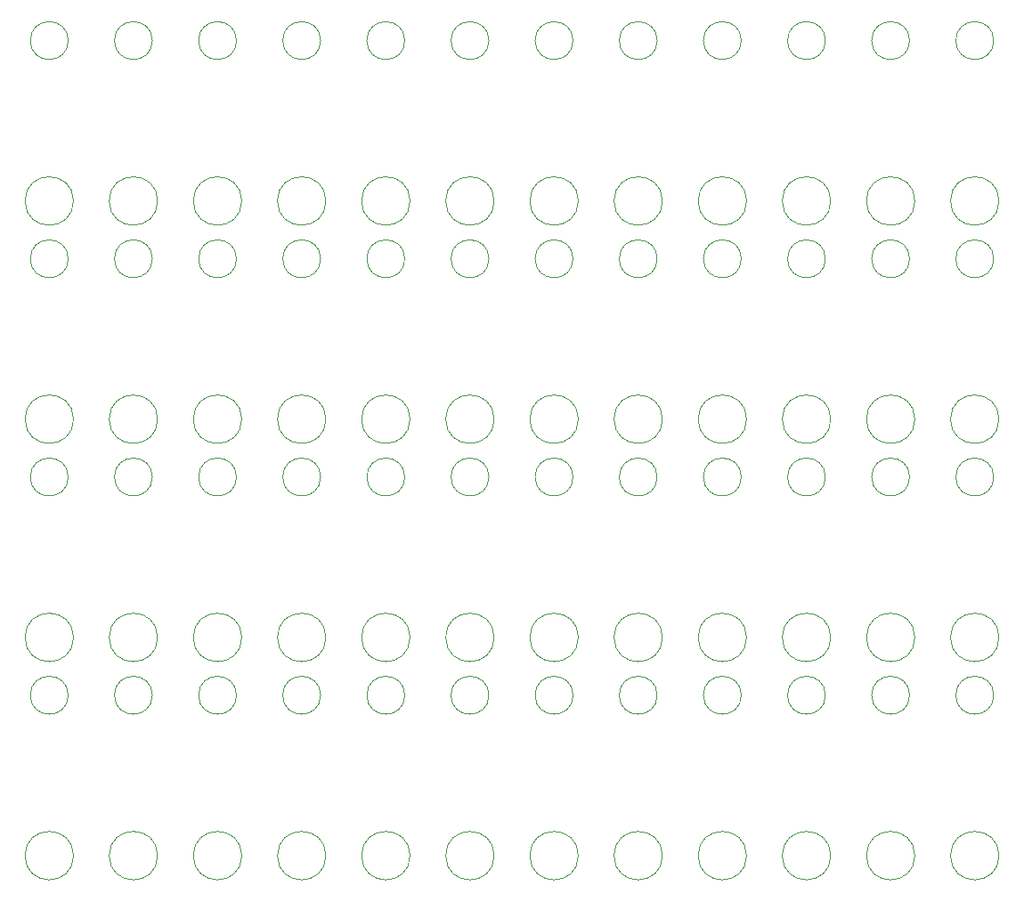
<source format=gto>
G04 #@! TF.GenerationSoftware,KiCad,Pcbnew,(5.1.2)-1*
G04 #@! TF.CreationDate,2019-08-09T16:06:09+09:00*
G04 #@! TF.ProjectId,StabilizerShims,53746162-696c-4697-9a65-725368696d73,rev?*
G04 #@! TF.SameCoordinates,Original*
G04 #@! TF.FileFunction,Legend,Top*
G04 #@! TF.FilePolarity,Positive*
%FSLAX46Y46*%
G04 Gerber Fmt 4.6, Leading zero omitted, Abs format (unit mm)*
G04 Created by KiCad (PCBNEW (5.1.2)-1) date 2019-08-09 16:06:09*
%MOMM*%
%LPD*%
G04 APERTURE LIST*
%ADD10C,0.120000*%
%ADD11C,3.150000*%
%ADD12C,4.089800*%
%ADD13C,0.254000*%
G04 APERTURE END LIST*
D10*
X216302776Y-99000000D02*
G75*
G03X216302776Y-99000000I-1802776J0D01*
G01*
X216804886Y-114250000D02*
G75*
G03X216804886Y-114250000I-2304886J0D01*
G01*
X216302776Y-57500000D02*
G75*
G03X216302776Y-57500000I-1802776J0D01*
G01*
X216302776Y-78250000D02*
G75*
G03X216302776Y-78250000I-1802776J0D01*
G01*
X216804886Y-72750000D02*
G75*
G03X216804886Y-72750000I-2304886J0D01*
G01*
X216804886Y-93500000D02*
G75*
G03X216804886Y-93500000I-2304886J0D01*
G01*
X216302776Y-119750000D02*
G75*
G03X216302776Y-119750000I-1802776J0D01*
G01*
X216804886Y-135000000D02*
G75*
G03X216804886Y-135000000I-2304886J0D01*
G01*
X208302776Y-99000000D02*
G75*
G03X208302776Y-99000000I-1802776J0D01*
G01*
X208804886Y-114250000D02*
G75*
G03X208804886Y-114250000I-2304886J0D01*
G01*
X208302776Y-57500000D02*
G75*
G03X208302776Y-57500000I-1802776J0D01*
G01*
X208302776Y-78250000D02*
G75*
G03X208302776Y-78250000I-1802776J0D01*
G01*
X208804886Y-72750000D02*
G75*
G03X208804886Y-72750000I-2304886J0D01*
G01*
X208804886Y-93500000D02*
G75*
G03X208804886Y-93500000I-2304886J0D01*
G01*
X208302776Y-119750000D02*
G75*
G03X208302776Y-119750000I-1802776J0D01*
G01*
X208804886Y-135000000D02*
G75*
G03X208804886Y-135000000I-2304886J0D01*
G01*
X200302776Y-99000000D02*
G75*
G03X200302776Y-99000000I-1802776J0D01*
G01*
X200804886Y-114250000D02*
G75*
G03X200804886Y-114250000I-2304886J0D01*
G01*
X200302776Y-57500000D02*
G75*
G03X200302776Y-57500000I-1802776J0D01*
G01*
X200302776Y-78250000D02*
G75*
G03X200302776Y-78250000I-1802776J0D01*
G01*
X200804886Y-72750000D02*
G75*
G03X200804886Y-72750000I-2304886J0D01*
G01*
X200804886Y-93500000D02*
G75*
G03X200804886Y-93500000I-2304886J0D01*
G01*
X200302776Y-119750000D02*
G75*
G03X200302776Y-119750000I-1802776J0D01*
G01*
X200804886Y-135000000D02*
G75*
G03X200804886Y-135000000I-2304886J0D01*
G01*
X192302776Y-99000000D02*
G75*
G03X192302776Y-99000000I-1802776J0D01*
G01*
X192804886Y-114250000D02*
G75*
G03X192804886Y-114250000I-2304886J0D01*
G01*
X192302776Y-57500000D02*
G75*
G03X192302776Y-57500000I-1802776J0D01*
G01*
X192302776Y-78250000D02*
G75*
G03X192302776Y-78250000I-1802776J0D01*
G01*
X192804886Y-72750000D02*
G75*
G03X192804886Y-72750000I-2304886J0D01*
G01*
X192804886Y-93500000D02*
G75*
G03X192804886Y-93500000I-2304886J0D01*
G01*
X192302776Y-119750000D02*
G75*
G03X192302776Y-119750000I-1802776J0D01*
G01*
X192804886Y-135000000D02*
G75*
G03X192804886Y-135000000I-2304886J0D01*
G01*
X184302776Y-99000000D02*
G75*
G03X184302776Y-99000000I-1802776J0D01*
G01*
X184804886Y-114250000D02*
G75*
G03X184804886Y-114250000I-2304886J0D01*
G01*
X184302776Y-57500000D02*
G75*
G03X184302776Y-57500000I-1802776J0D01*
G01*
X184302776Y-78250000D02*
G75*
G03X184302776Y-78250000I-1802776J0D01*
G01*
X184804886Y-72750000D02*
G75*
G03X184804886Y-72750000I-2304886J0D01*
G01*
X184804886Y-93500000D02*
G75*
G03X184804886Y-93500000I-2304886J0D01*
G01*
X184302776Y-119750000D02*
G75*
G03X184302776Y-119750000I-1802776J0D01*
G01*
X184804886Y-135000000D02*
G75*
G03X184804886Y-135000000I-2304886J0D01*
G01*
X176302776Y-99000000D02*
G75*
G03X176302776Y-99000000I-1802776J0D01*
G01*
X176804886Y-114250000D02*
G75*
G03X176804886Y-114250000I-2304886J0D01*
G01*
X176302776Y-57500000D02*
G75*
G03X176302776Y-57500000I-1802776J0D01*
G01*
X176302776Y-78250000D02*
G75*
G03X176302776Y-78250000I-1802776J0D01*
G01*
X176804886Y-72750000D02*
G75*
G03X176804886Y-72750000I-2304886J0D01*
G01*
X176804886Y-93500000D02*
G75*
G03X176804886Y-93500000I-2304886J0D01*
G01*
X176302776Y-119750000D02*
G75*
G03X176302776Y-119750000I-1802776J0D01*
G01*
X176804886Y-135000000D02*
G75*
G03X176804886Y-135000000I-2304886J0D01*
G01*
X168302776Y-99000000D02*
G75*
G03X168302776Y-99000000I-1802776J0D01*
G01*
X168804886Y-114250000D02*
G75*
G03X168804886Y-114250000I-2304886J0D01*
G01*
X168302776Y-57500000D02*
G75*
G03X168302776Y-57500000I-1802776J0D01*
G01*
X168302776Y-78250000D02*
G75*
G03X168302776Y-78250000I-1802776J0D01*
G01*
X168804886Y-72750000D02*
G75*
G03X168804886Y-72750000I-2304886J0D01*
G01*
X168804886Y-93500000D02*
G75*
G03X168804886Y-93500000I-2304886J0D01*
G01*
X168302776Y-119750000D02*
G75*
G03X168302776Y-119750000I-1802776J0D01*
G01*
X168804886Y-135000000D02*
G75*
G03X168804886Y-135000000I-2304886J0D01*
G01*
X160302776Y-99000000D02*
G75*
G03X160302776Y-99000000I-1802776J0D01*
G01*
X160804886Y-114250000D02*
G75*
G03X160804886Y-114250000I-2304886J0D01*
G01*
X160302776Y-57500000D02*
G75*
G03X160302776Y-57500000I-1802776J0D01*
G01*
X160302776Y-78250000D02*
G75*
G03X160302776Y-78250000I-1802776J0D01*
G01*
X160804886Y-72750000D02*
G75*
G03X160804886Y-72750000I-2304886J0D01*
G01*
X160804886Y-93500000D02*
G75*
G03X160804886Y-93500000I-2304886J0D01*
G01*
X160302776Y-119750000D02*
G75*
G03X160302776Y-119750000I-1802776J0D01*
G01*
X160804886Y-135000000D02*
G75*
G03X160804886Y-135000000I-2304886J0D01*
G01*
X152302776Y-99000000D02*
G75*
G03X152302776Y-99000000I-1802776J0D01*
G01*
X152804886Y-114250000D02*
G75*
G03X152804886Y-114250000I-2304886J0D01*
G01*
X152302776Y-57500000D02*
G75*
G03X152302776Y-57500000I-1802776J0D01*
G01*
X152302776Y-78250000D02*
G75*
G03X152302776Y-78250000I-1802776J0D01*
G01*
X152804886Y-72750000D02*
G75*
G03X152804886Y-72750000I-2304886J0D01*
G01*
X152804886Y-93500000D02*
G75*
G03X152804886Y-93500000I-2304886J0D01*
G01*
X152302776Y-119750000D02*
G75*
G03X152302776Y-119750000I-1802776J0D01*
G01*
X152804886Y-135000000D02*
G75*
G03X152804886Y-135000000I-2304886J0D01*
G01*
X144302776Y-99000000D02*
G75*
G03X144302776Y-99000000I-1802776J0D01*
G01*
X144804886Y-114250000D02*
G75*
G03X144804886Y-114250000I-2304886J0D01*
G01*
X144302776Y-57500000D02*
G75*
G03X144302776Y-57500000I-1802776J0D01*
G01*
X144302776Y-78250000D02*
G75*
G03X144302776Y-78250000I-1802776J0D01*
G01*
X144804886Y-72750000D02*
G75*
G03X144804886Y-72750000I-2304886J0D01*
G01*
X144804886Y-93500000D02*
G75*
G03X144804886Y-93500000I-2304886J0D01*
G01*
X144302776Y-119750000D02*
G75*
G03X144302776Y-119750000I-1802776J0D01*
G01*
X144804886Y-135000000D02*
G75*
G03X144804886Y-135000000I-2304886J0D01*
G01*
X136302776Y-99000000D02*
G75*
G03X136302776Y-99000000I-1802776J0D01*
G01*
X136804886Y-114250000D02*
G75*
G03X136804886Y-114250000I-2304886J0D01*
G01*
X136302776Y-57500000D02*
G75*
G03X136302776Y-57500000I-1802776J0D01*
G01*
X136302776Y-78250000D02*
G75*
G03X136302776Y-78250000I-1802776J0D01*
G01*
X136804886Y-72750000D02*
G75*
G03X136804886Y-72750000I-2304886J0D01*
G01*
X136804886Y-93500000D02*
G75*
G03X136804886Y-93500000I-2304886J0D01*
G01*
X136302776Y-119750000D02*
G75*
G03X136302776Y-119750000I-1802776J0D01*
G01*
X136804886Y-135000000D02*
G75*
G03X136804886Y-135000000I-2304886J0D01*
G01*
X128302776Y-57500000D02*
G75*
G03X128302776Y-57500000I-1802776J0D01*
G01*
X128804886Y-72750000D02*
G75*
G03X128804886Y-72750000I-2304886J0D01*
G01*
X128302776Y-78250000D02*
G75*
G03X128302776Y-78250000I-1802776J0D01*
G01*
X128804886Y-93500000D02*
G75*
G03X128804886Y-93500000I-2304886J0D01*
G01*
X128302776Y-99000000D02*
G75*
G03X128302776Y-99000000I-1802776J0D01*
G01*
X128804886Y-114250000D02*
G75*
G03X128804886Y-114250000I-2304886J0D01*
G01*
X128804886Y-135000000D02*
G75*
G03X128804886Y-135000000I-2304886J0D01*
G01*
X128302776Y-119750000D02*
G75*
G03X128302776Y-119750000I-1802776J0D01*
G01*
%LPC*%
D11*
X214500000Y-78265000D03*
D12*
X214500000Y-93505000D03*
D11*
X214500000Y-57515000D03*
D12*
X214500000Y-72755000D03*
D11*
X214500000Y-99015000D03*
D12*
X214500000Y-114255000D03*
X214500000Y-135005000D03*
D11*
X214500000Y-119765000D03*
X206500000Y-78265000D03*
D12*
X206500000Y-93505000D03*
D11*
X206500000Y-57515000D03*
D12*
X206500000Y-72755000D03*
D11*
X206500000Y-99015000D03*
D12*
X206500000Y-114255000D03*
X206500000Y-135005000D03*
D11*
X206500000Y-119765000D03*
X198500000Y-78265000D03*
D12*
X198500000Y-93505000D03*
D11*
X198500000Y-57515000D03*
D12*
X198500000Y-72755000D03*
D11*
X198500000Y-99015000D03*
D12*
X198500000Y-114255000D03*
X198500000Y-135005000D03*
D11*
X198500000Y-119765000D03*
X190500000Y-78265000D03*
D12*
X190500000Y-93505000D03*
D11*
X190500000Y-57515000D03*
D12*
X190500000Y-72755000D03*
D11*
X190500000Y-99015000D03*
D12*
X190500000Y-114255000D03*
X190500000Y-135005000D03*
D11*
X190500000Y-119765000D03*
X182500000Y-78265000D03*
D12*
X182500000Y-93505000D03*
D11*
X182500000Y-57515000D03*
D12*
X182500000Y-72755000D03*
D11*
X182500000Y-99015000D03*
D12*
X182500000Y-114255000D03*
X182500000Y-135005000D03*
D11*
X182500000Y-119765000D03*
X174500000Y-78265000D03*
D12*
X174500000Y-93505000D03*
D11*
X174500000Y-57515000D03*
D12*
X174500000Y-72755000D03*
D11*
X174500000Y-99015000D03*
D12*
X174500000Y-114255000D03*
X174500000Y-135005000D03*
D11*
X174500000Y-119765000D03*
X166500000Y-78265000D03*
D12*
X166500000Y-93505000D03*
D11*
X166500000Y-57515000D03*
D12*
X166500000Y-72755000D03*
D11*
X166500000Y-99015000D03*
D12*
X166500000Y-114255000D03*
X166500000Y-135005000D03*
D11*
X166500000Y-119765000D03*
X158500000Y-78265000D03*
D12*
X158500000Y-93505000D03*
D11*
X158500000Y-57515000D03*
D12*
X158500000Y-72755000D03*
D11*
X158500000Y-99015000D03*
D12*
X158500000Y-114255000D03*
X158500000Y-135005000D03*
D11*
X158500000Y-119765000D03*
X150500000Y-78265000D03*
D12*
X150500000Y-93505000D03*
D11*
X150500000Y-57515000D03*
D12*
X150500000Y-72755000D03*
D11*
X150500000Y-99015000D03*
D12*
X150500000Y-114255000D03*
X150500000Y-135005000D03*
D11*
X150500000Y-119765000D03*
X142500000Y-78265000D03*
D12*
X142500000Y-93505000D03*
D11*
X142500000Y-57515000D03*
D12*
X142500000Y-72755000D03*
D11*
X142500000Y-99015000D03*
D12*
X142500000Y-114255000D03*
X142500000Y-135005000D03*
D11*
X142500000Y-119765000D03*
X134500000Y-78265000D03*
D12*
X134500000Y-93505000D03*
D11*
X134500000Y-57515000D03*
D12*
X134500000Y-72755000D03*
D11*
X134500000Y-99015000D03*
D12*
X134500000Y-114255000D03*
X134500000Y-135005000D03*
D11*
X134500000Y-119765000D03*
D12*
X126500000Y-72755000D03*
D11*
X126500000Y-57515000D03*
D12*
X126500000Y-93505000D03*
D11*
X126500000Y-78265000D03*
D12*
X126500000Y-114255000D03*
D11*
X126500000Y-99015000D03*
X126500000Y-119765000D03*
D12*
X126500000Y-135005000D03*
D13*
G36*
X128596257Y-122890769D02*
G01*
X128685955Y-122927923D01*
X128762976Y-122987024D01*
X128822077Y-123064045D01*
X128859231Y-123153743D01*
X128873000Y-123258328D01*
X128873000Y-131241672D01*
X128859231Y-131346257D01*
X128822077Y-131435955D01*
X128762976Y-131512976D01*
X128685955Y-131572077D01*
X128596257Y-131609231D01*
X128491672Y-131623000D01*
X124508328Y-131623000D01*
X124403743Y-131609231D01*
X124314045Y-131572077D01*
X124237024Y-131512976D01*
X124177923Y-131435955D01*
X124140769Y-131346257D01*
X124127000Y-131241672D01*
X124127000Y-123258328D01*
X124140769Y-123153743D01*
X124177923Y-123064045D01*
X124237024Y-122987024D01*
X124314045Y-122927923D01*
X124403743Y-122890769D01*
X124508328Y-122877000D01*
X128491672Y-122877000D01*
X128596257Y-122890769D01*
X128596257Y-122890769D01*
G37*
X128596257Y-122890769D02*
X128685955Y-122927923D01*
X128762976Y-122987024D01*
X128822077Y-123064045D01*
X128859231Y-123153743D01*
X128873000Y-123258328D01*
X128873000Y-131241672D01*
X128859231Y-131346257D01*
X128822077Y-131435955D01*
X128762976Y-131512976D01*
X128685955Y-131572077D01*
X128596257Y-131609231D01*
X128491672Y-131623000D01*
X124508328Y-131623000D01*
X124403743Y-131609231D01*
X124314045Y-131572077D01*
X124237024Y-131512976D01*
X124177923Y-131435955D01*
X124140769Y-131346257D01*
X124127000Y-131241672D01*
X124127000Y-123258328D01*
X124140769Y-123153743D01*
X124177923Y-123064045D01*
X124237024Y-122987024D01*
X124314045Y-122927923D01*
X124403743Y-122890769D01*
X124508328Y-122877000D01*
X128491672Y-122877000D01*
X128596257Y-122890769D01*
G36*
X128596257Y-102140769D02*
G01*
X128685955Y-102177923D01*
X128762976Y-102237024D01*
X128822077Y-102314045D01*
X128859231Y-102403743D01*
X128873000Y-102508328D01*
X128873000Y-110491672D01*
X128859231Y-110596257D01*
X128822077Y-110685955D01*
X128762976Y-110762976D01*
X128685955Y-110822077D01*
X128596257Y-110859231D01*
X128491672Y-110873000D01*
X124508328Y-110873000D01*
X124403743Y-110859231D01*
X124314045Y-110822077D01*
X124237024Y-110762976D01*
X124177923Y-110685955D01*
X124140769Y-110596257D01*
X124127000Y-110491672D01*
X124127000Y-102508328D01*
X124140769Y-102403743D01*
X124177923Y-102314045D01*
X124237024Y-102237024D01*
X124314045Y-102177923D01*
X124403743Y-102140769D01*
X124508328Y-102127000D01*
X128491672Y-102127000D01*
X128596257Y-102140769D01*
X128596257Y-102140769D01*
G37*
X128596257Y-102140769D02*
X128685955Y-102177923D01*
X128762976Y-102237024D01*
X128822077Y-102314045D01*
X128859231Y-102403743D01*
X128873000Y-102508328D01*
X128873000Y-110491672D01*
X128859231Y-110596257D01*
X128822077Y-110685955D01*
X128762976Y-110762976D01*
X128685955Y-110822077D01*
X128596257Y-110859231D01*
X128491672Y-110873000D01*
X124508328Y-110873000D01*
X124403743Y-110859231D01*
X124314045Y-110822077D01*
X124237024Y-110762976D01*
X124177923Y-110685955D01*
X124140769Y-110596257D01*
X124127000Y-110491672D01*
X124127000Y-102508328D01*
X124140769Y-102403743D01*
X124177923Y-102314045D01*
X124237024Y-102237024D01*
X124314045Y-102177923D01*
X124403743Y-102140769D01*
X124508328Y-102127000D01*
X128491672Y-102127000D01*
X128596257Y-102140769D01*
G36*
X128596257Y-81390769D02*
G01*
X128685955Y-81427923D01*
X128762976Y-81487024D01*
X128822077Y-81564045D01*
X128859231Y-81653743D01*
X128873000Y-81758328D01*
X128873000Y-89741672D01*
X128859231Y-89846257D01*
X128822077Y-89935955D01*
X128762976Y-90012976D01*
X128685955Y-90072077D01*
X128596257Y-90109231D01*
X128491672Y-90123000D01*
X124508328Y-90123000D01*
X124403743Y-90109231D01*
X124314045Y-90072077D01*
X124237024Y-90012976D01*
X124177923Y-89935955D01*
X124140769Y-89846257D01*
X124127000Y-89741672D01*
X124127000Y-81758328D01*
X124140769Y-81653743D01*
X124177923Y-81564045D01*
X124237024Y-81487024D01*
X124314045Y-81427923D01*
X124403743Y-81390769D01*
X124508328Y-81377000D01*
X128491672Y-81377000D01*
X128596257Y-81390769D01*
X128596257Y-81390769D01*
G37*
X128596257Y-81390769D02*
X128685955Y-81427923D01*
X128762976Y-81487024D01*
X128822077Y-81564045D01*
X128859231Y-81653743D01*
X128873000Y-81758328D01*
X128873000Y-89741672D01*
X128859231Y-89846257D01*
X128822077Y-89935955D01*
X128762976Y-90012976D01*
X128685955Y-90072077D01*
X128596257Y-90109231D01*
X128491672Y-90123000D01*
X124508328Y-90123000D01*
X124403743Y-90109231D01*
X124314045Y-90072077D01*
X124237024Y-90012976D01*
X124177923Y-89935955D01*
X124140769Y-89846257D01*
X124127000Y-89741672D01*
X124127000Y-81758328D01*
X124140769Y-81653743D01*
X124177923Y-81564045D01*
X124237024Y-81487024D01*
X124314045Y-81427923D01*
X124403743Y-81390769D01*
X124508328Y-81377000D01*
X128491672Y-81377000D01*
X128596257Y-81390769D01*
G36*
X128596257Y-60640769D02*
G01*
X128685955Y-60677923D01*
X128762976Y-60737024D01*
X128822077Y-60814045D01*
X128859231Y-60903743D01*
X128873000Y-61008328D01*
X128873000Y-68991672D01*
X128859231Y-69096257D01*
X128822077Y-69185955D01*
X128762976Y-69262976D01*
X128685955Y-69322077D01*
X128596257Y-69359231D01*
X128491672Y-69373000D01*
X124508328Y-69373000D01*
X124403743Y-69359231D01*
X124314045Y-69322077D01*
X124237024Y-69262976D01*
X124177923Y-69185955D01*
X124140769Y-69096257D01*
X124127000Y-68991672D01*
X124127000Y-61008328D01*
X124140769Y-60903743D01*
X124177923Y-60814045D01*
X124237024Y-60737024D01*
X124314045Y-60677923D01*
X124403743Y-60640769D01*
X124508328Y-60627000D01*
X128491672Y-60627000D01*
X128596257Y-60640769D01*
X128596257Y-60640769D01*
G37*
X128596257Y-60640769D02*
X128685955Y-60677923D01*
X128762976Y-60737024D01*
X128822077Y-60814045D01*
X128859231Y-60903743D01*
X128873000Y-61008328D01*
X128873000Y-68991672D01*
X128859231Y-69096257D01*
X128822077Y-69185955D01*
X128762976Y-69262976D01*
X128685955Y-69322077D01*
X128596257Y-69359231D01*
X128491672Y-69373000D01*
X124508328Y-69373000D01*
X124403743Y-69359231D01*
X124314045Y-69322077D01*
X124237024Y-69262976D01*
X124177923Y-69185955D01*
X124140769Y-69096257D01*
X124127000Y-68991672D01*
X124127000Y-61008328D01*
X124140769Y-60903743D01*
X124177923Y-60814045D01*
X124237024Y-60737024D01*
X124314045Y-60677923D01*
X124403743Y-60640769D01*
X124508328Y-60627000D01*
X128491672Y-60627000D01*
X128596257Y-60640769D01*
G36*
X136596257Y-81390769D02*
G01*
X136685955Y-81427923D01*
X136762976Y-81487024D01*
X136822077Y-81564045D01*
X136859231Y-81653743D01*
X136873000Y-81758328D01*
X136873000Y-89741672D01*
X136859231Y-89846257D01*
X136822077Y-89935955D01*
X136762976Y-90012976D01*
X136685955Y-90072077D01*
X136596257Y-90109231D01*
X136491672Y-90123000D01*
X132508328Y-90123000D01*
X132403743Y-90109231D01*
X132314045Y-90072077D01*
X132237024Y-90012976D01*
X132177923Y-89935955D01*
X132140769Y-89846257D01*
X132127000Y-89741672D01*
X132127000Y-81758328D01*
X132140769Y-81653743D01*
X132177923Y-81564045D01*
X132237024Y-81487024D01*
X132314045Y-81427923D01*
X132403743Y-81390769D01*
X132508328Y-81377000D01*
X136491672Y-81377000D01*
X136596257Y-81390769D01*
X136596257Y-81390769D01*
G37*
X136596257Y-81390769D02*
X136685955Y-81427923D01*
X136762976Y-81487024D01*
X136822077Y-81564045D01*
X136859231Y-81653743D01*
X136873000Y-81758328D01*
X136873000Y-89741672D01*
X136859231Y-89846257D01*
X136822077Y-89935955D01*
X136762976Y-90012976D01*
X136685955Y-90072077D01*
X136596257Y-90109231D01*
X136491672Y-90123000D01*
X132508328Y-90123000D01*
X132403743Y-90109231D01*
X132314045Y-90072077D01*
X132237024Y-90012976D01*
X132177923Y-89935955D01*
X132140769Y-89846257D01*
X132127000Y-89741672D01*
X132127000Y-81758328D01*
X132140769Y-81653743D01*
X132177923Y-81564045D01*
X132237024Y-81487024D01*
X132314045Y-81427923D01*
X132403743Y-81390769D01*
X132508328Y-81377000D01*
X136491672Y-81377000D01*
X136596257Y-81390769D01*
G36*
X136596257Y-102140769D02*
G01*
X136685955Y-102177923D01*
X136762976Y-102237024D01*
X136822077Y-102314045D01*
X136859231Y-102403743D01*
X136873000Y-102508328D01*
X136873000Y-110491672D01*
X136859231Y-110596257D01*
X136822077Y-110685955D01*
X136762976Y-110762976D01*
X136685955Y-110822077D01*
X136596257Y-110859231D01*
X136491672Y-110873000D01*
X132508328Y-110873000D01*
X132403743Y-110859231D01*
X132314045Y-110822077D01*
X132237024Y-110762976D01*
X132177923Y-110685955D01*
X132140769Y-110596257D01*
X132127000Y-110491672D01*
X132127000Y-102508328D01*
X132140769Y-102403743D01*
X132177923Y-102314045D01*
X132237024Y-102237024D01*
X132314045Y-102177923D01*
X132403743Y-102140769D01*
X132508328Y-102127000D01*
X136491672Y-102127000D01*
X136596257Y-102140769D01*
X136596257Y-102140769D01*
G37*
X136596257Y-102140769D02*
X136685955Y-102177923D01*
X136762976Y-102237024D01*
X136822077Y-102314045D01*
X136859231Y-102403743D01*
X136873000Y-102508328D01*
X136873000Y-110491672D01*
X136859231Y-110596257D01*
X136822077Y-110685955D01*
X136762976Y-110762976D01*
X136685955Y-110822077D01*
X136596257Y-110859231D01*
X136491672Y-110873000D01*
X132508328Y-110873000D01*
X132403743Y-110859231D01*
X132314045Y-110822077D01*
X132237024Y-110762976D01*
X132177923Y-110685955D01*
X132140769Y-110596257D01*
X132127000Y-110491672D01*
X132127000Y-102508328D01*
X132140769Y-102403743D01*
X132177923Y-102314045D01*
X132237024Y-102237024D01*
X132314045Y-102177923D01*
X132403743Y-102140769D01*
X132508328Y-102127000D01*
X136491672Y-102127000D01*
X136596257Y-102140769D01*
G36*
X136596257Y-60640769D02*
G01*
X136685955Y-60677923D01*
X136762976Y-60737024D01*
X136822077Y-60814045D01*
X136859231Y-60903743D01*
X136873000Y-61008328D01*
X136873000Y-68991672D01*
X136859231Y-69096257D01*
X136822077Y-69185955D01*
X136762976Y-69262976D01*
X136685955Y-69322077D01*
X136596257Y-69359231D01*
X136491672Y-69373000D01*
X132508328Y-69373000D01*
X132403743Y-69359231D01*
X132314045Y-69322077D01*
X132237024Y-69262976D01*
X132177923Y-69185955D01*
X132140769Y-69096257D01*
X132127000Y-68991672D01*
X132127000Y-61008328D01*
X132140769Y-60903743D01*
X132177923Y-60814045D01*
X132237024Y-60737024D01*
X132314045Y-60677923D01*
X132403743Y-60640769D01*
X132508328Y-60627000D01*
X136491672Y-60627000D01*
X136596257Y-60640769D01*
X136596257Y-60640769D01*
G37*
X136596257Y-60640769D02*
X136685955Y-60677923D01*
X136762976Y-60737024D01*
X136822077Y-60814045D01*
X136859231Y-60903743D01*
X136873000Y-61008328D01*
X136873000Y-68991672D01*
X136859231Y-69096257D01*
X136822077Y-69185955D01*
X136762976Y-69262976D01*
X136685955Y-69322077D01*
X136596257Y-69359231D01*
X136491672Y-69373000D01*
X132508328Y-69373000D01*
X132403743Y-69359231D01*
X132314045Y-69322077D01*
X132237024Y-69262976D01*
X132177923Y-69185955D01*
X132140769Y-69096257D01*
X132127000Y-68991672D01*
X132127000Y-61008328D01*
X132140769Y-60903743D01*
X132177923Y-60814045D01*
X132237024Y-60737024D01*
X132314045Y-60677923D01*
X132403743Y-60640769D01*
X132508328Y-60627000D01*
X136491672Y-60627000D01*
X136596257Y-60640769D01*
G36*
X136596257Y-122890769D02*
G01*
X136685955Y-122927923D01*
X136762976Y-122987024D01*
X136822077Y-123064045D01*
X136859231Y-123153743D01*
X136873000Y-123258328D01*
X136873000Y-131241672D01*
X136859231Y-131346257D01*
X136822077Y-131435955D01*
X136762976Y-131512976D01*
X136685955Y-131572077D01*
X136596257Y-131609231D01*
X136491672Y-131623000D01*
X132508328Y-131623000D01*
X132403743Y-131609231D01*
X132314045Y-131572077D01*
X132237024Y-131512976D01*
X132177923Y-131435955D01*
X132140769Y-131346257D01*
X132127000Y-131241672D01*
X132127000Y-123258328D01*
X132140769Y-123153743D01*
X132177923Y-123064045D01*
X132237024Y-122987024D01*
X132314045Y-122927923D01*
X132403743Y-122890769D01*
X132508328Y-122877000D01*
X136491672Y-122877000D01*
X136596257Y-122890769D01*
X136596257Y-122890769D01*
G37*
X136596257Y-122890769D02*
X136685955Y-122927923D01*
X136762976Y-122987024D01*
X136822077Y-123064045D01*
X136859231Y-123153743D01*
X136873000Y-123258328D01*
X136873000Y-131241672D01*
X136859231Y-131346257D01*
X136822077Y-131435955D01*
X136762976Y-131512976D01*
X136685955Y-131572077D01*
X136596257Y-131609231D01*
X136491672Y-131623000D01*
X132508328Y-131623000D01*
X132403743Y-131609231D01*
X132314045Y-131572077D01*
X132237024Y-131512976D01*
X132177923Y-131435955D01*
X132140769Y-131346257D01*
X132127000Y-131241672D01*
X132127000Y-123258328D01*
X132140769Y-123153743D01*
X132177923Y-123064045D01*
X132237024Y-122987024D01*
X132314045Y-122927923D01*
X132403743Y-122890769D01*
X132508328Y-122877000D01*
X136491672Y-122877000D01*
X136596257Y-122890769D01*
G36*
X144596257Y-81390769D02*
G01*
X144685955Y-81427923D01*
X144762976Y-81487024D01*
X144822077Y-81564045D01*
X144859231Y-81653743D01*
X144873000Y-81758328D01*
X144873000Y-89741672D01*
X144859231Y-89846257D01*
X144822077Y-89935955D01*
X144762976Y-90012976D01*
X144685955Y-90072077D01*
X144596257Y-90109231D01*
X144491672Y-90123000D01*
X140508328Y-90123000D01*
X140403743Y-90109231D01*
X140314045Y-90072077D01*
X140237024Y-90012976D01*
X140177923Y-89935955D01*
X140140769Y-89846257D01*
X140127000Y-89741672D01*
X140127000Y-81758328D01*
X140140769Y-81653743D01*
X140177923Y-81564045D01*
X140237024Y-81487024D01*
X140314045Y-81427923D01*
X140403743Y-81390769D01*
X140508328Y-81377000D01*
X144491672Y-81377000D01*
X144596257Y-81390769D01*
X144596257Y-81390769D01*
G37*
X144596257Y-81390769D02*
X144685955Y-81427923D01*
X144762976Y-81487024D01*
X144822077Y-81564045D01*
X144859231Y-81653743D01*
X144873000Y-81758328D01*
X144873000Y-89741672D01*
X144859231Y-89846257D01*
X144822077Y-89935955D01*
X144762976Y-90012976D01*
X144685955Y-90072077D01*
X144596257Y-90109231D01*
X144491672Y-90123000D01*
X140508328Y-90123000D01*
X140403743Y-90109231D01*
X140314045Y-90072077D01*
X140237024Y-90012976D01*
X140177923Y-89935955D01*
X140140769Y-89846257D01*
X140127000Y-89741672D01*
X140127000Y-81758328D01*
X140140769Y-81653743D01*
X140177923Y-81564045D01*
X140237024Y-81487024D01*
X140314045Y-81427923D01*
X140403743Y-81390769D01*
X140508328Y-81377000D01*
X144491672Y-81377000D01*
X144596257Y-81390769D01*
G36*
X144596257Y-102140769D02*
G01*
X144685955Y-102177923D01*
X144762976Y-102237024D01*
X144822077Y-102314045D01*
X144859231Y-102403743D01*
X144873000Y-102508328D01*
X144873000Y-110491672D01*
X144859231Y-110596257D01*
X144822077Y-110685955D01*
X144762976Y-110762976D01*
X144685955Y-110822077D01*
X144596257Y-110859231D01*
X144491672Y-110873000D01*
X140508328Y-110873000D01*
X140403743Y-110859231D01*
X140314045Y-110822077D01*
X140237024Y-110762976D01*
X140177923Y-110685955D01*
X140140769Y-110596257D01*
X140127000Y-110491672D01*
X140127000Y-102508328D01*
X140140769Y-102403743D01*
X140177923Y-102314045D01*
X140237024Y-102237024D01*
X140314045Y-102177923D01*
X140403743Y-102140769D01*
X140508328Y-102127000D01*
X144491672Y-102127000D01*
X144596257Y-102140769D01*
X144596257Y-102140769D01*
G37*
X144596257Y-102140769D02*
X144685955Y-102177923D01*
X144762976Y-102237024D01*
X144822077Y-102314045D01*
X144859231Y-102403743D01*
X144873000Y-102508328D01*
X144873000Y-110491672D01*
X144859231Y-110596257D01*
X144822077Y-110685955D01*
X144762976Y-110762976D01*
X144685955Y-110822077D01*
X144596257Y-110859231D01*
X144491672Y-110873000D01*
X140508328Y-110873000D01*
X140403743Y-110859231D01*
X140314045Y-110822077D01*
X140237024Y-110762976D01*
X140177923Y-110685955D01*
X140140769Y-110596257D01*
X140127000Y-110491672D01*
X140127000Y-102508328D01*
X140140769Y-102403743D01*
X140177923Y-102314045D01*
X140237024Y-102237024D01*
X140314045Y-102177923D01*
X140403743Y-102140769D01*
X140508328Y-102127000D01*
X144491672Y-102127000D01*
X144596257Y-102140769D01*
G36*
X144596257Y-60640769D02*
G01*
X144685955Y-60677923D01*
X144762976Y-60737024D01*
X144822077Y-60814045D01*
X144859231Y-60903743D01*
X144873000Y-61008328D01*
X144873000Y-68991672D01*
X144859231Y-69096257D01*
X144822077Y-69185955D01*
X144762976Y-69262976D01*
X144685955Y-69322077D01*
X144596257Y-69359231D01*
X144491672Y-69373000D01*
X140508328Y-69373000D01*
X140403743Y-69359231D01*
X140314045Y-69322077D01*
X140237024Y-69262976D01*
X140177923Y-69185955D01*
X140140769Y-69096257D01*
X140127000Y-68991672D01*
X140127000Y-61008328D01*
X140140769Y-60903743D01*
X140177923Y-60814045D01*
X140237024Y-60737024D01*
X140314045Y-60677923D01*
X140403743Y-60640769D01*
X140508328Y-60627000D01*
X144491672Y-60627000D01*
X144596257Y-60640769D01*
X144596257Y-60640769D01*
G37*
X144596257Y-60640769D02*
X144685955Y-60677923D01*
X144762976Y-60737024D01*
X144822077Y-60814045D01*
X144859231Y-60903743D01*
X144873000Y-61008328D01*
X144873000Y-68991672D01*
X144859231Y-69096257D01*
X144822077Y-69185955D01*
X144762976Y-69262976D01*
X144685955Y-69322077D01*
X144596257Y-69359231D01*
X144491672Y-69373000D01*
X140508328Y-69373000D01*
X140403743Y-69359231D01*
X140314045Y-69322077D01*
X140237024Y-69262976D01*
X140177923Y-69185955D01*
X140140769Y-69096257D01*
X140127000Y-68991672D01*
X140127000Y-61008328D01*
X140140769Y-60903743D01*
X140177923Y-60814045D01*
X140237024Y-60737024D01*
X140314045Y-60677923D01*
X140403743Y-60640769D01*
X140508328Y-60627000D01*
X144491672Y-60627000D01*
X144596257Y-60640769D01*
G36*
X144596257Y-122890769D02*
G01*
X144685955Y-122927923D01*
X144762976Y-122987024D01*
X144822077Y-123064045D01*
X144859231Y-123153743D01*
X144873000Y-123258328D01*
X144873000Y-131241672D01*
X144859231Y-131346257D01*
X144822077Y-131435955D01*
X144762976Y-131512976D01*
X144685955Y-131572077D01*
X144596257Y-131609231D01*
X144491672Y-131623000D01*
X140508328Y-131623000D01*
X140403743Y-131609231D01*
X140314045Y-131572077D01*
X140237024Y-131512976D01*
X140177923Y-131435955D01*
X140140769Y-131346257D01*
X140127000Y-131241672D01*
X140127000Y-123258328D01*
X140140769Y-123153743D01*
X140177923Y-123064045D01*
X140237024Y-122987024D01*
X140314045Y-122927923D01*
X140403743Y-122890769D01*
X140508328Y-122877000D01*
X144491672Y-122877000D01*
X144596257Y-122890769D01*
X144596257Y-122890769D01*
G37*
X144596257Y-122890769D02*
X144685955Y-122927923D01*
X144762976Y-122987024D01*
X144822077Y-123064045D01*
X144859231Y-123153743D01*
X144873000Y-123258328D01*
X144873000Y-131241672D01*
X144859231Y-131346257D01*
X144822077Y-131435955D01*
X144762976Y-131512976D01*
X144685955Y-131572077D01*
X144596257Y-131609231D01*
X144491672Y-131623000D01*
X140508328Y-131623000D01*
X140403743Y-131609231D01*
X140314045Y-131572077D01*
X140237024Y-131512976D01*
X140177923Y-131435955D01*
X140140769Y-131346257D01*
X140127000Y-131241672D01*
X140127000Y-123258328D01*
X140140769Y-123153743D01*
X140177923Y-123064045D01*
X140237024Y-122987024D01*
X140314045Y-122927923D01*
X140403743Y-122890769D01*
X140508328Y-122877000D01*
X144491672Y-122877000D01*
X144596257Y-122890769D01*
G36*
X152596257Y-81390769D02*
G01*
X152685955Y-81427923D01*
X152762976Y-81487024D01*
X152822077Y-81564045D01*
X152859231Y-81653743D01*
X152873000Y-81758328D01*
X152873000Y-89741672D01*
X152859231Y-89846257D01*
X152822077Y-89935955D01*
X152762976Y-90012976D01*
X152685955Y-90072077D01*
X152596257Y-90109231D01*
X152491672Y-90123000D01*
X148508328Y-90123000D01*
X148403743Y-90109231D01*
X148314045Y-90072077D01*
X148237024Y-90012976D01*
X148177923Y-89935955D01*
X148140769Y-89846257D01*
X148127000Y-89741672D01*
X148127000Y-81758328D01*
X148140769Y-81653743D01*
X148177923Y-81564045D01*
X148237024Y-81487024D01*
X148314045Y-81427923D01*
X148403743Y-81390769D01*
X148508328Y-81377000D01*
X152491672Y-81377000D01*
X152596257Y-81390769D01*
X152596257Y-81390769D01*
G37*
X152596257Y-81390769D02*
X152685955Y-81427923D01*
X152762976Y-81487024D01*
X152822077Y-81564045D01*
X152859231Y-81653743D01*
X152873000Y-81758328D01*
X152873000Y-89741672D01*
X152859231Y-89846257D01*
X152822077Y-89935955D01*
X152762976Y-90012976D01*
X152685955Y-90072077D01*
X152596257Y-90109231D01*
X152491672Y-90123000D01*
X148508328Y-90123000D01*
X148403743Y-90109231D01*
X148314045Y-90072077D01*
X148237024Y-90012976D01*
X148177923Y-89935955D01*
X148140769Y-89846257D01*
X148127000Y-89741672D01*
X148127000Y-81758328D01*
X148140769Y-81653743D01*
X148177923Y-81564045D01*
X148237024Y-81487024D01*
X148314045Y-81427923D01*
X148403743Y-81390769D01*
X148508328Y-81377000D01*
X152491672Y-81377000D01*
X152596257Y-81390769D01*
G36*
X152596257Y-102140769D02*
G01*
X152685955Y-102177923D01*
X152762976Y-102237024D01*
X152822077Y-102314045D01*
X152859231Y-102403743D01*
X152873000Y-102508328D01*
X152873000Y-110491672D01*
X152859231Y-110596257D01*
X152822077Y-110685955D01*
X152762976Y-110762976D01*
X152685955Y-110822077D01*
X152596257Y-110859231D01*
X152491672Y-110873000D01*
X148508328Y-110873000D01*
X148403743Y-110859231D01*
X148314045Y-110822077D01*
X148237024Y-110762976D01*
X148177923Y-110685955D01*
X148140769Y-110596257D01*
X148127000Y-110491672D01*
X148127000Y-102508328D01*
X148140769Y-102403743D01*
X148177923Y-102314045D01*
X148237024Y-102237024D01*
X148314045Y-102177923D01*
X148403743Y-102140769D01*
X148508328Y-102127000D01*
X152491672Y-102127000D01*
X152596257Y-102140769D01*
X152596257Y-102140769D01*
G37*
X152596257Y-102140769D02*
X152685955Y-102177923D01*
X152762976Y-102237024D01*
X152822077Y-102314045D01*
X152859231Y-102403743D01*
X152873000Y-102508328D01*
X152873000Y-110491672D01*
X152859231Y-110596257D01*
X152822077Y-110685955D01*
X152762976Y-110762976D01*
X152685955Y-110822077D01*
X152596257Y-110859231D01*
X152491672Y-110873000D01*
X148508328Y-110873000D01*
X148403743Y-110859231D01*
X148314045Y-110822077D01*
X148237024Y-110762976D01*
X148177923Y-110685955D01*
X148140769Y-110596257D01*
X148127000Y-110491672D01*
X148127000Y-102508328D01*
X148140769Y-102403743D01*
X148177923Y-102314045D01*
X148237024Y-102237024D01*
X148314045Y-102177923D01*
X148403743Y-102140769D01*
X148508328Y-102127000D01*
X152491672Y-102127000D01*
X152596257Y-102140769D01*
G36*
X152596257Y-60640769D02*
G01*
X152685955Y-60677923D01*
X152762976Y-60737024D01*
X152822077Y-60814045D01*
X152859231Y-60903743D01*
X152873000Y-61008328D01*
X152873000Y-68991672D01*
X152859231Y-69096257D01*
X152822077Y-69185955D01*
X152762976Y-69262976D01*
X152685955Y-69322077D01*
X152596257Y-69359231D01*
X152491672Y-69373000D01*
X148508328Y-69373000D01*
X148403743Y-69359231D01*
X148314045Y-69322077D01*
X148237024Y-69262976D01*
X148177923Y-69185955D01*
X148140769Y-69096257D01*
X148127000Y-68991672D01*
X148127000Y-61008328D01*
X148140769Y-60903743D01*
X148177923Y-60814045D01*
X148237024Y-60737024D01*
X148314045Y-60677923D01*
X148403743Y-60640769D01*
X148508328Y-60627000D01*
X152491672Y-60627000D01*
X152596257Y-60640769D01*
X152596257Y-60640769D01*
G37*
X152596257Y-60640769D02*
X152685955Y-60677923D01*
X152762976Y-60737024D01*
X152822077Y-60814045D01*
X152859231Y-60903743D01*
X152873000Y-61008328D01*
X152873000Y-68991672D01*
X152859231Y-69096257D01*
X152822077Y-69185955D01*
X152762976Y-69262976D01*
X152685955Y-69322077D01*
X152596257Y-69359231D01*
X152491672Y-69373000D01*
X148508328Y-69373000D01*
X148403743Y-69359231D01*
X148314045Y-69322077D01*
X148237024Y-69262976D01*
X148177923Y-69185955D01*
X148140769Y-69096257D01*
X148127000Y-68991672D01*
X148127000Y-61008328D01*
X148140769Y-60903743D01*
X148177923Y-60814045D01*
X148237024Y-60737024D01*
X148314045Y-60677923D01*
X148403743Y-60640769D01*
X148508328Y-60627000D01*
X152491672Y-60627000D01*
X152596257Y-60640769D01*
G36*
X152596257Y-122890769D02*
G01*
X152685955Y-122927923D01*
X152762976Y-122987024D01*
X152822077Y-123064045D01*
X152859231Y-123153743D01*
X152873000Y-123258328D01*
X152873000Y-131241672D01*
X152859231Y-131346257D01*
X152822077Y-131435955D01*
X152762976Y-131512976D01*
X152685955Y-131572077D01*
X152596257Y-131609231D01*
X152491672Y-131623000D01*
X148508328Y-131623000D01*
X148403743Y-131609231D01*
X148314045Y-131572077D01*
X148237024Y-131512976D01*
X148177923Y-131435955D01*
X148140769Y-131346257D01*
X148127000Y-131241672D01*
X148127000Y-123258328D01*
X148140769Y-123153743D01*
X148177923Y-123064045D01*
X148237024Y-122987024D01*
X148314045Y-122927923D01*
X148403743Y-122890769D01*
X148508328Y-122877000D01*
X152491672Y-122877000D01*
X152596257Y-122890769D01*
X152596257Y-122890769D01*
G37*
X152596257Y-122890769D02*
X152685955Y-122927923D01*
X152762976Y-122987024D01*
X152822077Y-123064045D01*
X152859231Y-123153743D01*
X152873000Y-123258328D01*
X152873000Y-131241672D01*
X152859231Y-131346257D01*
X152822077Y-131435955D01*
X152762976Y-131512976D01*
X152685955Y-131572077D01*
X152596257Y-131609231D01*
X152491672Y-131623000D01*
X148508328Y-131623000D01*
X148403743Y-131609231D01*
X148314045Y-131572077D01*
X148237024Y-131512976D01*
X148177923Y-131435955D01*
X148140769Y-131346257D01*
X148127000Y-131241672D01*
X148127000Y-123258328D01*
X148140769Y-123153743D01*
X148177923Y-123064045D01*
X148237024Y-122987024D01*
X148314045Y-122927923D01*
X148403743Y-122890769D01*
X148508328Y-122877000D01*
X152491672Y-122877000D01*
X152596257Y-122890769D01*
G36*
X160596257Y-81390769D02*
G01*
X160685955Y-81427923D01*
X160762976Y-81487024D01*
X160822077Y-81564045D01*
X160859231Y-81653743D01*
X160873000Y-81758328D01*
X160873000Y-89741672D01*
X160859231Y-89846257D01*
X160822077Y-89935955D01*
X160762976Y-90012976D01*
X160685955Y-90072077D01*
X160596257Y-90109231D01*
X160491672Y-90123000D01*
X156508328Y-90123000D01*
X156403743Y-90109231D01*
X156314045Y-90072077D01*
X156237024Y-90012976D01*
X156177923Y-89935955D01*
X156140769Y-89846257D01*
X156127000Y-89741672D01*
X156127000Y-81758328D01*
X156140769Y-81653743D01*
X156177923Y-81564045D01*
X156237024Y-81487024D01*
X156314045Y-81427923D01*
X156403743Y-81390769D01*
X156508328Y-81377000D01*
X160491672Y-81377000D01*
X160596257Y-81390769D01*
X160596257Y-81390769D01*
G37*
X160596257Y-81390769D02*
X160685955Y-81427923D01*
X160762976Y-81487024D01*
X160822077Y-81564045D01*
X160859231Y-81653743D01*
X160873000Y-81758328D01*
X160873000Y-89741672D01*
X160859231Y-89846257D01*
X160822077Y-89935955D01*
X160762976Y-90012976D01*
X160685955Y-90072077D01*
X160596257Y-90109231D01*
X160491672Y-90123000D01*
X156508328Y-90123000D01*
X156403743Y-90109231D01*
X156314045Y-90072077D01*
X156237024Y-90012976D01*
X156177923Y-89935955D01*
X156140769Y-89846257D01*
X156127000Y-89741672D01*
X156127000Y-81758328D01*
X156140769Y-81653743D01*
X156177923Y-81564045D01*
X156237024Y-81487024D01*
X156314045Y-81427923D01*
X156403743Y-81390769D01*
X156508328Y-81377000D01*
X160491672Y-81377000D01*
X160596257Y-81390769D01*
G36*
X160596257Y-102140769D02*
G01*
X160685955Y-102177923D01*
X160762976Y-102237024D01*
X160822077Y-102314045D01*
X160859231Y-102403743D01*
X160873000Y-102508328D01*
X160873000Y-110491672D01*
X160859231Y-110596257D01*
X160822077Y-110685955D01*
X160762976Y-110762976D01*
X160685955Y-110822077D01*
X160596257Y-110859231D01*
X160491672Y-110873000D01*
X156508328Y-110873000D01*
X156403743Y-110859231D01*
X156314045Y-110822077D01*
X156237024Y-110762976D01*
X156177923Y-110685955D01*
X156140769Y-110596257D01*
X156127000Y-110491672D01*
X156127000Y-102508328D01*
X156140769Y-102403743D01*
X156177923Y-102314045D01*
X156237024Y-102237024D01*
X156314045Y-102177923D01*
X156403743Y-102140769D01*
X156508328Y-102127000D01*
X160491672Y-102127000D01*
X160596257Y-102140769D01*
X160596257Y-102140769D01*
G37*
X160596257Y-102140769D02*
X160685955Y-102177923D01*
X160762976Y-102237024D01*
X160822077Y-102314045D01*
X160859231Y-102403743D01*
X160873000Y-102508328D01*
X160873000Y-110491672D01*
X160859231Y-110596257D01*
X160822077Y-110685955D01*
X160762976Y-110762976D01*
X160685955Y-110822077D01*
X160596257Y-110859231D01*
X160491672Y-110873000D01*
X156508328Y-110873000D01*
X156403743Y-110859231D01*
X156314045Y-110822077D01*
X156237024Y-110762976D01*
X156177923Y-110685955D01*
X156140769Y-110596257D01*
X156127000Y-110491672D01*
X156127000Y-102508328D01*
X156140769Y-102403743D01*
X156177923Y-102314045D01*
X156237024Y-102237024D01*
X156314045Y-102177923D01*
X156403743Y-102140769D01*
X156508328Y-102127000D01*
X160491672Y-102127000D01*
X160596257Y-102140769D01*
G36*
X160596257Y-60640769D02*
G01*
X160685955Y-60677923D01*
X160762976Y-60737024D01*
X160822077Y-60814045D01*
X160859231Y-60903743D01*
X160873000Y-61008328D01*
X160873000Y-68991672D01*
X160859231Y-69096257D01*
X160822077Y-69185955D01*
X160762976Y-69262976D01*
X160685955Y-69322077D01*
X160596257Y-69359231D01*
X160491672Y-69373000D01*
X156508328Y-69373000D01*
X156403743Y-69359231D01*
X156314045Y-69322077D01*
X156237024Y-69262976D01*
X156177923Y-69185955D01*
X156140769Y-69096257D01*
X156127000Y-68991672D01*
X156127000Y-61008328D01*
X156140769Y-60903743D01*
X156177923Y-60814045D01*
X156237024Y-60737024D01*
X156314045Y-60677923D01*
X156403743Y-60640769D01*
X156508328Y-60627000D01*
X160491672Y-60627000D01*
X160596257Y-60640769D01*
X160596257Y-60640769D01*
G37*
X160596257Y-60640769D02*
X160685955Y-60677923D01*
X160762976Y-60737024D01*
X160822077Y-60814045D01*
X160859231Y-60903743D01*
X160873000Y-61008328D01*
X160873000Y-68991672D01*
X160859231Y-69096257D01*
X160822077Y-69185955D01*
X160762976Y-69262976D01*
X160685955Y-69322077D01*
X160596257Y-69359231D01*
X160491672Y-69373000D01*
X156508328Y-69373000D01*
X156403743Y-69359231D01*
X156314045Y-69322077D01*
X156237024Y-69262976D01*
X156177923Y-69185955D01*
X156140769Y-69096257D01*
X156127000Y-68991672D01*
X156127000Y-61008328D01*
X156140769Y-60903743D01*
X156177923Y-60814045D01*
X156237024Y-60737024D01*
X156314045Y-60677923D01*
X156403743Y-60640769D01*
X156508328Y-60627000D01*
X160491672Y-60627000D01*
X160596257Y-60640769D01*
G36*
X160596257Y-122890769D02*
G01*
X160685955Y-122927923D01*
X160762976Y-122987024D01*
X160822077Y-123064045D01*
X160859231Y-123153743D01*
X160873000Y-123258328D01*
X160873000Y-131241672D01*
X160859231Y-131346257D01*
X160822077Y-131435955D01*
X160762976Y-131512976D01*
X160685955Y-131572077D01*
X160596257Y-131609231D01*
X160491672Y-131623000D01*
X156508328Y-131623000D01*
X156403743Y-131609231D01*
X156314045Y-131572077D01*
X156237024Y-131512976D01*
X156177923Y-131435955D01*
X156140769Y-131346257D01*
X156127000Y-131241672D01*
X156127000Y-123258328D01*
X156140769Y-123153743D01*
X156177923Y-123064045D01*
X156237024Y-122987024D01*
X156314045Y-122927923D01*
X156403743Y-122890769D01*
X156508328Y-122877000D01*
X160491672Y-122877000D01*
X160596257Y-122890769D01*
X160596257Y-122890769D01*
G37*
X160596257Y-122890769D02*
X160685955Y-122927923D01*
X160762976Y-122987024D01*
X160822077Y-123064045D01*
X160859231Y-123153743D01*
X160873000Y-123258328D01*
X160873000Y-131241672D01*
X160859231Y-131346257D01*
X160822077Y-131435955D01*
X160762976Y-131512976D01*
X160685955Y-131572077D01*
X160596257Y-131609231D01*
X160491672Y-131623000D01*
X156508328Y-131623000D01*
X156403743Y-131609231D01*
X156314045Y-131572077D01*
X156237024Y-131512976D01*
X156177923Y-131435955D01*
X156140769Y-131346257D01*
X156127000Y-131241672D01*
X156127000Y-123258328D01*
X156140769Y-123153743D01*
X156177923Y-123064045D01*
X156237024Y-122987024D01*
X156314045Y-122927923D01*
X156403743Y-122890769D01*
X156508328Y-122877000D01*
X160491672Y-122877000D01*
X160596257Y-122890769D01*
G36*
X168596257Y-81390769D02*
G01*
X168685955Y-81427923D01*
X168762976Y-81487024D01*
X168822077Y-81564045D01*
X168859231Y-81653743D01*
X168873000Y-81758328D01*
X168873000Y-89741672D01*
X168859231Y-89846257D01*
X168822077Y-89935955D01*
X168762976Y-90012976D01*
X168685955Y-90072077D01*
X168596257Y-90109231D01*
X168491672Y-90123000D01*
X164508328Y-90123000D01*
X164403743Y-90109231D01*
X164314045Y-90072077D01*
X164237024Y-90012976D01*
X164177923Y-89935955D01*
X164140769Y-89846257D01*
X164127000Y-89741672D01*
X164127000Y-81758328D01*
X164140769Y-81653743D01*
X164177923Y-81564045D01*
X164237024Y-81487024D01*
X164314045Y-81427923D01*
X164403743Y-81390769D01*
X164508328Y-81377000D01*
X168491672Y-81377000D01*
X168596257Y-81390769D01*
X168596257Y-81390769D01*
G37*
X168596257Y-81390769D02*
X168685955Y-81427923D01*
X168762976Y-81487024D01*
X168822077Y-81564045D01*
X168859231Y-81653743D01*
X168873000Y-81758328D01*
X168873000Y-89741672D01*
X168859231Y-89846257D01*
X168822077Y-89935955D01*
X168762976Y-90012976D01*
X168685955Y-90072077D01*
X168596257Y-90109231D01*
X168491672Y-90123000D01*
X164508328Y-90123000D01*
X164403743Y-90109231D01*
X164314045Y-90072077D01*
X164237024Y-90012976D01*
X164177923Y-89935955D01*
X164140769Y-89846257D01*
X164127000Y-89741672D01*
X164127000Y-81758328D01*
X164140769Y-81653743D01*
X164177923Y-81564045D01*
X164237024Y-81487024D01*
X164314045Y-81427923D01*
X164403743Y-81390769D01*
X164508328Y-81377000D01*
X168491672Y-81377000D01*
X168596257Y-81390769D01*
G36*
X168596257Y-102140769D02*
G01*
X168685955Y-102177923D01*
X168762976Y-102237024D01*
X168822077Y-102314045D01*
X168859231Y-102403743D01*
X168873000Y-102508328D01*
X168873000Y-110491672D01*
X168859231Y-110596257D01*
X168822077Y-110685955D01*
X168762976Y-110762976D01*
X168685955Y-110822077D01*
X168596257Y-110859231D01*
X168491672Y-110873000D01*
X164508328Y-110873000D01*
X164403743Y-110859231D01*
X164314045Y-110822077D01*
X164237024Y-110762976D01*
X164177923Y-110685955D01*
X164140769Y-110596257D01*
X164127000Y-110491672D01*
X164127000Y-102508328D01*
X164140769Y-102403743D01*
X164177923Y-102314045D01*
X164237024Y-102237024D01*
X164314045Y-102177923D01*
X164403743Y-102140769D01*
X164508328Y-102127000D01*
X168491672Y-102127000D01*
X168596257Y-102140769D01*
X168596257Y-102140769D01*
G37*
X168596257Y-102140769D02*
X168685955Y-102177923D01*
X168762976Y-102237024D01*
X168822077Y-102314045D01*
X168859231Y-102403743D01*
X168873000Y-102508328D01*
X168873000Y-110491672D01*
X168859231Y-110596257D01*
X168822077Y-110685955D01*
X168762976Y-110762976D01*
X168685955Y-110822077D01*
X168596257Y-110859231D01*
X168491672Y-110873000D01*
X164508328Y-110873000D01*
X164403743Y-110859231D01*
X164314045Y-110822077D01*
X164237024Y-110762976D01*
X164177923Y-110685955D01*
X164140769Y-110596257D01*
X164127000Y-110491672D01*
X164127000Y-102508328D01*
X164140769Y-102403743D01*
X164177923Y-102314045D01*
X164237024Y-102237024D01*
X164314045Y-102177923D01*
X164403743Y-102140769D01*
X164508328Y-102127000D01*
X168491672Y-102127000D01*
X168596257Y-102140769D01*
G36*
X168596257Y-60640769D02*
G01*
X168685955Y-60677923D01*
X168762976Y-60737024D01*
X168822077Y-60814045D01*
X168859231Y-60903743D01*
X168873000Y-61008328D01*
X168873000Y-68991672D01*
X168859231Y-69096257D01*
X168822077Y-69185955D01*
X168762976Y-69262976D01*
X168685955Y-69322077D01*
X168596257Y-69359231D01*
X168491672Y-69373000D01*
X164508328Y-69373000D01*
X164403743Y-69359231D01*
X164314045Y-69322077D01*
X164237024Y-69262976D01*
X164177923Y-69185955D01*
X164140769Y-69096257D01*
X164127000Y-68991672D01*
X164127000Y-61008328D01*
X164140769Y-60903743D01*
X164177923Y-60814045D01*
X164237024Y-60737024D01*
X164314045Y-60677923D01*
X164403743Y-60640769D01*
X164508328Y-60627000D01*
X168491672Y-60627000D01*
X168596257Y-60640769D01*
X168596257Y-60640769D01*
G37*
X168596257Y-60640769D02*
X168685955Y-60677923D01*
X168762976Y-60737024D01*
X168822077Y-60814045D01*
X168859231Y-60903743D01*
X168873000Y-61008328D01*
X168873000Y-68991672D01*
X168859231Y-69096257D01*
X168822077Y-69185955D01*
X168762976Y-69262976D01*
X168685955Y-69322077D01*
X168596257Y-69359231D01*
X168491672Y-69373000D01*
X164508328Y-69373000D01*
X164403743Y-69359231D01*
X164314045Y-69322077D01*
X164237024Y-69262976D01*
X164177923Y-69185955D01*
X164140769Y-69096257D01*
X164127000Y-68991672D01*
X164127000Y-61008328D01*
X164140769Y-60903743D01*
X164177923Y-60814045D01*
X164237024Y-60737024D01*
X164314045Y-60677923D01*
X164403743Y-60640769D01*
X164508328Y-60627000D01*
X168491672Y-60627000D01*
X168596257Y-60640769D01*
G36*
X168596257Y-122890769D02*
G01*
X168685955Y-122927923D01*
X168762976Y-122987024D01*
X168822077Y-123064045D01*
X168859231Y-123153743D01*
X168873000Y-123258328D01*
X168873000Y-131241672D01*
X168859231Y-131346257D01*
X168822077Y-131435955D01*
X168762976Y-131512976D01*
X168685955Y-131572077D01*
X168596257Y-131609231D01*
X168491672Y-131623000D01*
X164508328Y-131623000D01*
X164403743Y-131609231D01*
X164314045Y-131572077D01*
X164237024Y-131512976D01*
X164177923Y-131435955D01*
X164140769Y-131346257D01*
X164127000Y-131241672D01*
X164127000Y-123258328D01*
X164140769Y-123153743D01*
X164177923Y-123064045D01*
X164237024Y-122987024D01*
X164314045Y-122927923D01*
X164403743Y-122890769D01*
X164508328Y-122877000D01*
X168491672Y-122877000D01*
X168596257Y-122890769D01*
X168596257Y-122890769D01*
G37*
X168596257Y-122890769D02*
X168685955Y-122927923D01*
X168762976Y-122987024D01*
X168822077Y-123064045D01*
X168859231Y-123153743D01*
X168873000Y-123258328D01*
X168873000Y-131241672D01*
X168859231Y-131346257D01*
X168822077Y-131435955D01*
X168762976Y-131512976D01*
X168685955Y-131572077D01*
X168596257Y-131609231D01*
X168491672Y-131623000D01*
X164508328Y-131623000D01*
X164403743Y-131609231D01*
X164314045Y-131572077D01*
X164237024Y-131512976D01*
X164177923Y-131435955D01*
X164140769Y-131346257D01*
X164127000Y-131241672D01*
X164127000Y-123258328D01*
X164140769Y-123153743D01*
X164177923Y-123064045D01*
X164237024Y-122987024D01*
X164314045Y-122927923D01*
X164403743Y-122890769D01*
X164508328Y-122877000D01*
X168491672Y-122877000D01*
X168596257Y-122890769D01*
G36*
X176596257Y-81390769D02*
G01*
X176685955Y-81427923D01*
X176762976Y-81487024D01*
X176822077Y-81564045D01*
X176859231Y-81653743D01*
X176873000Y-81758328D01*
X176873000Y-89741672D01*
X176859231Y-89846257D01*
X176822077Y-89935955D01*
X176762976Y-90012976D01*
X176685955Y-90072077D01*
X176596257Y-90109231D01*
X176491672Y-90123000D01*
X172508328Y-90123000D01*
X172403743Y-90109231D01*
X172314045Y-90072077D01*
X172237024Y-90012976D01*
X172177923Y-89935955D01*
X172140769Y-89846257D01*
X172127000Y-89741672D01*
X172127000Y-81758328D01*
X172140769Y-81653743D01*
X172177923Y-81564045D01*
X172237024Y-81487024D01*
X172314045Y-81427923D01*
X172403743Y-81390769D01*
X172508328Y-81377000D01*
X176491672Y-81377000D01*
X176596257Y-81390769D01*
X176596257Y-81390769D01*
G37*
X176596257Y-81390769D02*
X176685955Y-81427923D01*
X176762976Y-81487024D01*
X176822077Y-81564045D01*
X176859231Y-81653743D01*
X176873000Y-81758328D01*
X176873000Y-89741672D01*
X176859231Y-89846257D01*
X176822077Y-89935955D01*
X176762976Y-90012976D01*
X176685955Y-90072077D01*
X176596257Y-90109231D01*
X176491672Y-90123000D01*
X172508328Y-90123000D01*
X172403743Y-90109231D01*
X172314045Y-90072077D01*
X172237024Y-90012976D01*
X172177923Y-89935955D01*
X172140769Y-89846257D01*
X172127000Y-89741672D01*
X172127000Y-81758328D01*
X172140769Y-81653743D01*
X172177923Y-81564045D01*
X172237024Y-81487024D01*
X172314045Y-81427923D01*
X172403743Y-81390769D01*
X172508328Y-81377000D01*
X176491672Y-81377000D01*
X176596257Y-81390769D01*
G36*
X176596257Y-102140769D02*
G01*
X176685955Y-102177923D01*
X176762976Y-102237024D01*
X176822077Y-102314045D01*
X176859231Y-102403743D01*
X176873000Y-102508328D01*
X176873000Y-110491672D01*
X176859231Y-110596257D01*
X176822077Y-110685955D01*
X176762976Y-110762976D01*
X176685955Y-110822077D01*
X176596257Y-110859231D01*
X176491672Y-110873000D01*
X172508328Y-110873000D01*
X172403743Y-110859231D01*
X172314045Y-110822077D01*
X172237024Y-110762976D01*
X172177923Y-110685955D01*
X172140769Y-110596257D01*
X172127000Y-110491672D01*
X172127000Y-102508328D01*
X172140769Y-102403743D01*
X172177923Y-102314045D01*
X172237024Y-102237024D01*
X172314045Y-102177923D01*
X172403743Y-102140769D01*
X172508328Y-102127000D01*
X176491672Y-102127000D01*
X176596257Y-102140769D01*
X176596257Y-102140769D01*
G37*
X176596257Y-102140769D02*
X176685955Y-102177923D01*
X176762976Y-102237024D01*
X176822077Y-102314045D01*
X176859231Y-102403743D01*
X176873000Y-102508328D01*
X176873000Y-110491672D01*
X176859231Y-110596257D01*
X176822077Y-110685955D01*
X176762976Y-110762976D01*
X176685955Y-110822077D01*
X176596257Y-110859231D01*
X176491672Y-110873000D01*
X172508328Y-110873000D01*
X172403743Y-110859231D01*
X172314045Y-110822077D01*
X172237024Y-110762976D01*
X172177923Y-110685955D01*
X172140769Y-110596257D01*
X172127000Y-110491672D01*
X172127000Y-102508328D01*
X172140769Y-102403743D01*
X172177923Y-102314045D01*
X172237024Y-102237024D01*
X172314045Y-102177923D01*
X172403743Y-102140769D01*
X172508328Y-102127000D01*
X176491672Y-102127000D01*
X176596257Y-102140769D01*
G36*
X176596257Y-60640769D02*
G01*
X176685955Y-60677923D01*
X176762976Y-60737024D01*
X176822077Y-60814045D01*
X176859231Y-60903743D01*
X176873000Y-61008328D01*
X176873000Y-68991672D01*
X176859231Y-69096257D01*
X176822077Y-69185955D01*
X176762976Y-69262976D01*
X176685955Y-69322077D01*
X176596257Y-69359231D01*
X176491672Y-69373000D01*
X172508328Y-69373000D01*
X172403743Y-69359231D01*
X172314045Y-69322077D01*
X172237024Y-69262976D01*
X172177923Y-69185955D01*
X172140769Y-69096257D01*
X172127000Y-68991672D01*
X172127000Y-61008328D01*
X172140769Y-60903743D01*
X172177923Y-60814045D01*
X172237024Y-60737024D01*
X172314045Y-60677923D01*
X172403743Y-60640769D01*
X172508328Y-60627000D01*
X176491672Y-60627000D01*
X176596257Y-60640769D01*
X176596257Y-60640769D01*
G37*
X176596257Y-60640769D02*
X176685955Y-60677923D01*
X176762976Y-60737024D01*
X176822077Y-60814045D01*
X176859231Y-60903743D01*
X176873000Y-61008328D01*
X176873000Y-68991672D01*
X176859231Y-69096257D01*
X176822077Y-69185955D01*
X176762976Y-69262976D01*
X176685955Y-69322077D01*
X176596257Y-69359231D01*
X176491672Y-69373000D01*
X172508328Y-69373000D01*
X172403743Y-69359231D01*
X172314045Y-69322077D01*
X172237024Y-69262976D01*
X172177923Y-69185955D01*
X172140769Y-69096257D01*
X172127000Y-68991672D01*
X172127000Y-61008328D01*
X172140769Y-60903743D01*
X172177923Y-60814045D01*
X172237024Y-60737024D01*
X172314045Y-60677923D01*
X172403743Y-60640769D01*
X172508328Y-60627000D01*
X176491672Y-60627000D01*
X176596257Y-60640769D01*
G36*
X176596257Y-122890769D02*
G01*
X176685955Y-122927923D01*
X176762976Y-122987024D01*
X176822077Y-123064045D01*
X176859231Y-123153743D01*
X176873000Y-123258328D01*
X176873000Y-131241672D01*
X176859231Y-131346257D01*
X176822077Y-131435955D01*
X176762976Y-131512976D01*
X176685955Y-131572077D01*
X176596257Y-131609231D01*
X176491672Y-131623000D01*
X172508328Y-131623000D01*
X172403743Y-131609231D01*
X172314045Y-131572077D01*
X172237024Y-131512976D01*
X172177923Y-131435955D01*
X172140769Y-131346257D01*
X172127000Y-131241672D01*
X172127000Y-123258328D01*
X172140769Y-123153743D01*
X172177923Y-123064045D01*
X172237024Y-122987024D01*
X172314045Y-122927923D01*
X172403743Y-122890769D01*
X172508328Y-122877000D01*
X176491672Y-122877000D01*
X176596257Y-122890769D01*
X176596257Y-122890769D01*
G37*
X176596257Y-122890769D02*
X176685955Y-122927923D01*
X176762976Y-122987024D01*
X176822077Y-123064045D01*
X176859231Y-123153743D01*
X176873000Y-123258328D01*
X176873000Y-131241672D01*
X176859231Y-131346257D01*
X176822077Y-131435955D01*
X176762976Y-131512976D01*
X176685955Y-131572077D01*
X176596257Y-131609231D01*
X176491672Y-131623000D01*
X172508328Y-131623000D01*
X172403743Y-131609231D01*
X172314045Y-131572077D01*
X172237024Y-131512976D01*
X172177923Y-131435955D01*
X172140769Y-131346257D01*
X172127000Y-131241672D01*
X172127000Y-123258328D01*
X172140769Y-123153743D01*
X172177923Y-123064045D01*
X172237024Y-122987024D01*
X172314045Y-122927923D01*
X172403743Y-122890769D01*
X172508328Y-122877000D01*
X176491672Y-122877000D01*
X176596257Y-122890769D01*
G36*
X184596257Y-81390769D02*
G01*
X184685955Y-81427923D01*
X184762976Y-81487024D01*
X184822077Y-81564045D01*
X184859231Y-81653743D01*
X184873000Y-81758328D01*
X184873000Y-89741672D01*
X184859231Y-89846257D01*
X184822077Y-89935955D01*
X184762976Y-90012976D01*
X184685955Y-90072077D01*
X184596257Y-90109231D01*
X184491672Y-90123000D01*
X180508328Y-90123000D01*
X180403743Y-90109231D01*
X180314045Y-90072077D01*
X180237024Y-90012976D01*
X180177923Y-89935955D01*
X180140769Y-89846257D01*
X180127000Y-89741672D01*
X180127000Y-81758328D01*
X180140769Y-81653743D01*
X180177923Y-81564045D01*
X180237024Y-81487024D01*
X180314045Y-81427923D01*
X180403743Y-81390769D01*
X180508328Y-81377000D01*
X184491672Y-81377000D01*
X184596257Y-81390769D01*
X184596257Y-81390769D01*
G37*
X184596257Y-81390769D02*
X184685955Y-81427923D01*
X184762976Y-81487024D01*
X184822077Y-81564045D01*
X184859231Y-81653743D01*
X184873000Y-81758328D01*
X184873000Y-89741672D01*
X184859231Y-89846257D01*
X184822077Y-89935955D01*
X184762976Y-90012976D01*
X184685955Y-90072077D01*
X184596257Y-90109231D01*
X184491672Y-90123000D01*
X180508328Y-90123000D01*
X180403743Y-90109231D01*
X180314045Y-90072077D01*
X180237024Y-90012976D01*
X180177923Y-89935955D01*
X180140769Y-89846257D01*
X180127000Y-89741672D01*
X180127000Y-81758328D01*
X180140769Y-81653743D01*
X180177923Y-81564045D01*
X180237024Y-81487024D01*
X180314045Y-81427923D01*
X180403743Y-81390769D01*
X180508328Y-81377000D01*
X184491672Y-81377000D01*
X184596257Y-81390769D01*
G36*
X184596257Y-102140769D02*
G01*
X184685955Y-102177923D01*
X184762976Y-102237024D01*
X184822077Y-102314045D01*
X184859231Y-102403743D01*
X184873000Y-102508328D01*
X184873000Y-110491672D01*
X184859231Y-110596257D01*
X184822077Y-110685955D01*
X184762976Y-110762976D01*
X184685955Y-110822077D01*
X184596257Y-110859231D01*
X184491672Y-110873000D01*
X180508328Y-110873000D01*
X180403743Y-110859231D01*
X180314045Y-110822077D01*
X180237024Y-110762976D01*
X180177923Y-110685955D01*
X180140769Y-110596257D01*
X180127000Y-110491672D01*
X180127000Y-102508328D01*
X180140769Y-102403743D01*
X180177923Y-102314045D01*
X180237024Y-102237024D01*
X180314045Y-102177923D01*
X180403743Y-102140769D01*
X180508328Y-102127000D01*
X184491672Y-102127000D01*
X184596257Y-102140769D01*
X184596257Y-102140769D01*
G37*
X184596257Y-102140769D02*
X184685955Y-102177923D01*
X184762976Y-102237024D01*
X184822077Y-102314045D01*
X184859231Y-102403743D01*
X184873000Y-102508328D01*
X184873000Y-110491672D01*
X184859231Y-110596257D01*
X184822077Y-110685955D01*
X184762976Y-110762976D01*
X184685955Y-110822077D01*
X184596257Y-110859231D01*
X184491672Y-110873000D01*
X180508328Y-110873000D01*
X180403743Y-110859231D01*
X180314045Y-110822077D01*
X180237024Y-110762976D01*
X180177923Y-110685955D01*
X180140769Y-110596257D01*
X180127000Y-110491672D01*
X180127000Y-102508328D01*
X180140769Y-102403743D01*
X180177923Y-102314045D01*
X180237024Y-102237024D01*
X180314045Y-102177923D01*
X180403743Y-102140769D01*
X180508328Y-102127000D01*
X184491672Y-102127000D01*
X184596257Y-102140769D01*
G36*
X184596257Y-60640769D02*
G01*
X184685955Y-60677923D01*
X184762976Y-60737024D01*
X184822077Y-60814045D01*
X184859231Y-60903743D01*
X184873000Y-61008328D01*
X184873000Y-68991672D01*
X184859231Y-69096257D01*
X184822077Y-69185955D01*
X184762976Y-69262976D01*
X184685955Y-69322077D01*
X184596257Y-69359231D01*
X184491672Y-69373000D01*
X180508328Y-69373000D01*
X180403743Y-69359231D01*
X180314045Y-69322077D01*
X180237024Y-69262976D01*
X180177923Y-69185955D01*
X180140769Y-69096257D01*
X180127000Y-68991672D01*
X180127000Y-61008328D01*
X180140769Y-60903743D01*
X180177923Y-60814045D01*
X180237024Y-60737024D01*
X180314045Y-60677923D01*
X180403743Y-60640769D01*
X180508328Y-60627000D01*
X184491672Y-60627000D01*
X184596257Y-60640769D01*
X184596257Y-60640769D01*
G37*
X184596257Y-60640769D02*
X184685955Y-60677923D01*
X184762976Y-60737024D01*
X184822077Y-60814045D01*
X184859231Y-60903743D01*
X184873000Y-61008328D01*
X184873000Y-68991672D01*
X184859231Y-69096257D01*
X184822077Y-69185955D01*
X184762976Y-69262976D01*
X184685955Y-69322077D01*
X184596257Y-69359231D01*
X184491672Y-69373000D01*
X180508328Y-69373000D01*
X180403743Y-69359231D01*
X180314045Y-69322077D01*
X180237024Y-69262976D01*
X180177923Y-69185955D01*
X180140769Y-69096257D01*
X180127000Y-68991672D01*
X180127000Y-61008328D01*
X180140769Y-60903743D01*
X180177923Y-60814045D01*
X180237024Y-60737024D01*
X180314045Y-60677923D01*
X180403743Y-60640769D01*
X180508328Y-60627000D01*
X184491672Y-60627000D01*
X184596257Y-60640769D01*
G36*
X184596257Y-122890769D02*
G01*
X184685955Y-122927923D01*
X184762976Y-122987024D01*
X184822077Y-123064045D01*
X184859231Y-123153743D01*
X184873000Y-123258328D01*
X184873000Y-131241672D01*
X184859231Y-131346257D01*
X184822077Y-131435955D01*
X184762976Y-131512976D01*
X184685955Y-131572077D01*
X184596257Y-131609231D01*
X184491672Y-131623000D01*
X180508328Y-131623000D01*
X180403743Y-131609231D01*
X180314045Y-131572077D01*
X180237024Y-131512976D01*
X180177923Y-131435955D01*
X180140769Y-131346257D01*
X180127000Y-131241672D01*
X180127000Y-123258328D01*
X180140769Y-123153743D01*
X180177923Y-123064045D01*
X180237024Y-122987024D01*
X180314045Y-122927923D01*
X180403743Y-122890769D01*
X180508328Y-122877000D01*
X184491672Y-122877000D01*
X184596257Y-122890769D01*
X184596257Y-122890769D01*
G37*
X184596257Y-122890769D02*
X184685955Y-122927923D01*
X184762976Y-122987024D01*
X184822077Y-123064045D01*
X184859231Y-123153743D01*
X184873000Y-123258328D01*
X184873000Y-131241672D01*
X184859231Y-131346257D01*
X184822077Y-131435955D01*
X184762976Y-131512976D01*
X184685955Y-131572077D01*
X184596257Y-131609231D01*
X184491672Y-131623000D01*
X180508328Y-131623000D01*
X180403743Y-131609231D01*
X180314045Y-131572077D01*
X180237024Y-131512976D01*
X180177923Y-131435955D01*
X180140769Y-131346257D01*
X180127000Y-131241672D01*
X180127000Y-123258328D01*
X180140769Y-123153743D01*
X180177923Y-123064045D01*
X180237024Y-122987024D01*
X180314045Y-122927923D01*
X180403743Y-122890769D01*
X180508328Y-122877000D01*
X184491672Y-122877000D01*
X184596257Y-122890769D01*
G36*
X192596257Y-81390769D02*
G01*
X192685955Y-81427923D01*
X192762976Y-81487024D01*
X192822077Y-81564045D01*
X192859231Y-81653743D01*
X192873000Y-81758328D01*
X192873000Y-89741672D01*
X192859231Y-89846257D01*
X192822077Y-89935955D01*
X192762976Y-90012976D01*
X192685955Y-90072077D01*
X192596257Y-90109231D01*
X192491672Y-90123000D01*
X188508328Y-90123000D01*
X188403743Y-90109231D01*
X188314045Y-90072077D01*
X188237024Y-90012976D01*
X188177923Y-89935955D01*
X188140769Y-89846257D01*
X188127000Y-89741672D01*
X188127000Y-81758328D01*
X188140769Y-81653743D01*
X188177923Y-81564045D01*
X188237024Y-81487024D01*
X188314045Y-81427923D01*
X188403743Y-81390769D01*
X188508328Y-81377000D01*
X192491672Y-81377000D01*
X192596257Y-81390769D01*
X192596257Y-81390769D01*
G37*
X192596257Y-81390769D02*
X192685955Y-81427923D01*
X192762976Y-81487024D01*
X192822077Y-81564045D01*
X192859231Y-81653743D01*
X192873000Y-81758328D01*
X192873000Y-89741672D01*
X192859231Y-89846257D01*
X192822077Y-89935955D01*
X192762976Y-90012976D01*
X192685955Y-90072077D01*
X192596257Y-90109231D01*
X192491672Y-90123000D01*
X188508328Y-90123000D01*
X188403743Y-90109231D01*
X188314045Y-90072077D01*
X188237024Y-90012976D01*
X188177923Y-89935955D01*
X188140769Y-89846257D01*
X188127000Y-89741672D01*
X188127000Y-81758328D01*
X188140769Y-81653743D01*
X188177923Y-81564045D01*
X188237024Y-81487024D01*
X188314045Y-81427923D01*
X188403743Y-81390769D01*
X188508328Y-81377000D01*
X192491672Y-81377000D01*
X192596257Y-81390769D01*
G36*
X192596257Y-102140769D02*
G01*
X192685955Y-102177923D01*
X192762976Y-102237024D01*
X192822077Y-102314045D01*
X192859231Y-102403743D01*
X192873000Y-102508328D01*
X192873000Y-110491672D01*
X192859231Y-110596257D01*
X192822077Y-110685955D01*
X192762976Y-110762976D01*
X192685955Y-110822077D01*
X192596257Y-110859231D01*
X192491672Y-110873000D01*
X188508328Y-110873000D01*
X188403743Y-110859231D01*
X188314045Y-110822077D01*
X188237024Y-110762976D01*
X188177923Y-110685955D01*
X188140769Y-110596257D01*
X188127000Y-110491672D01*
X188127000Y-102508328D01*
X188140769Y-102403743D01*
X188177923Y-102314045D01*
X188237024Y-102237024D01*
X188314045Y-102177923D01*
X188403743Y-102140769D01*
X188508328Y-102127000D01*
X192491672Y-102127000D01*
X192596257Y-102140769D01*
X192596257Y-102140769D01*
G37*
X192596257Y-102140769D02*
X192685955Y-102177923D01*
X192762976Y-102237024D01*
X192822077Y-102314045D01*
X192859231Y-102403743D01*
X192873000Y-102508328D01*
X192873000Y-110491672D01*
X192859231Y-110596257D01*
X192822077Y-110685955D01*
X192762976Y-110762976D01*
X192685955Y-110822077D01*
X192596257Y-110859231D01*
X192491672Y-110873000D01*
X188508328Y-110873000D01*
X188403743Y-110859231D01*
X188314045Y-110822077D01*
X188237024Y-110762976D01*
X188177923Y-110685955D01*
X188140769Y-110596257D01*
X188127000Y-110491672D01*
X188127000Y-102508328D01*
X188140769Y-102403743D01*
X188177923Y-102314045D01*
X188237024Y-102237024D01*
X188314045Y-102177923D01*
X188403743Y-102140769D01*
X188508328Y-102127000D01*
X192491672Y-102127000D01*
X192596257Y-102140769D01*
G36*
X192596257Y-60640769D02*
G01*
X192685955Y-60677923D01*
X192762976Y-60737024D01*
X192822077Y-60814045D01*
X192859231Y-60903743D01*
X192873000Y-61008328D01*
X192873000Y-68991672D01*
X192859231Y-69096257D01*
X192822077Y-69185955D01*
X192762976Y-69262976D01*
X192685955Y-69322077D01*
X192596257Y-69359231D01*
X192491672Y-69373000D01*
X188508328Y-69373000D01*
X188403743Y-69359231D01*
X188314045Y-69322077D01*
X188237024Y-69262976D01*
X188177923Y-69185955D01*
X188140769Y-69096257D01*
X188127000Y-68991672D01*
X188127000Y-61008328D01*
X188140769Y-60903743D01*
X188177923Y-60814045D01*
X188237024Y-60737024D01*
X188314045Y-60677923D01*
X188403743Y-60640769D01*
X188508328Y-60627000D01*
X192491672Y-60627000D01*
X192596257Y-60640769D01*
X192596257Y-60640769D01*
G37*
X192596257Y-60640769D02*
X192685955Y-60677923D01*
X192762976Y-60737024D01*
X192822077Y-60814045D01*
X192859231Y-60903743D01*
X192873000Y-61008328D01*
X192873000Y-68991672D01*
X192859231Y-69096257D01*
X192822077Y-69185955D01*
X192762976Y-69262976D01*
X192685955Y-69322077D01*
X192596257Y-69359231D01*
X192491672Y-69373000D01*
X188508328Y-69373000D01*
X188403743Y-69359231D01*
X188314045Y-69322077D01*
X188237024Y-69262976D01*
X188177923Y-69185955D01*
X188140769Y-69096257D01*
X188127000Y-68991672D01*
X188127000Y-61008328D01*
X188140769Y-60903743D01*
X188177923Y-60814045D01*
X188237024Y-60737024D01*
X188314045Y-60677923D01*
X188403743Y-60640769D01*
X188508328Y-60627000D01*
X192491672Y-60627000D01*
X192596257Y-60640769D01*
G36*
X192596257Y-122890769D02*
G01*
X192685955Y-122927923D01*
X192762976Y-122987024D01*
X192822077Y-123064045D01*
X192859231Y-123153743D01*
X192873000Y-123258328D01*
X192873000Y-131241672D01*
X192859231Y-131346257D01*
X192822077Y-131435955D01*
X192762976Y-131512976D01*
X192685955Y-131572077D01*
X192596257Y-131609231D01*
X192491672Y-131623000D01*
X188508328Y-131623000D01*
X188403743Y-131609231D01*
X188314045Y-131572077D01*
X188237024Y-131512976D01*
X188177923Y-131435955D01*
X188140769Y-131346257D01*
X188127000Y-131241672D01*
X188127000Y-123258328D01*
X188140769Y-123153743D01*
X188177923Y-123064045D01*
X188237024Y-122987024D01*
X188314045Y-122927923D01*
X188403743Y-122890769D01*
X188508328Y-122877000D01*
X192491672Y-122877000D01*
X192596257Y-122890769D01*
X192596257Y-122890769D01*
G37*
X192596257Y-122890769D02*
X192685955Y-122927923D01*
X192762976Y-122987024D01*
X192822077Y-123064045D01*
X192859231Y-123153743D01*
X192873000Y-123258328D01*
X192873000Y-131241672D01*
X192859231Y-131346257D01*
X192822077Y-131435955D01*
X192762976Y-131512976D01*
X192685955Y-131572077D01*
X192596257Y-131609231D01*
X192491672Y-131623000D01*
X188508328Y-131623000D01*
X188403743Y-131609231D01*
X188314045Y-131572077D01*
X188237024Y-131512976D01*
X188177923Y-131435955D01*
X188140769Y-131346257D01*
X188127000Y-131241672D01*
X188127000Y-123258328D01*
X188140769Y-123153743D01*
X188177923Y-123064045D01*
X188237024Y-122987024D01*
X188314045Y-122927923D01*
X188403743Y-122890769D01*
X188508328Y-122877000D01*
X192491672Y-122877000D01*
X192596257Y-122890769D01*
G36*
X200596257Y-81390769D02*
G01*
X200685955Y-81427923D01*
X200762976Y-81487024D01*
X200822077Y-81564045D01*
X200859231Y-81653743D01*
X200873000Y-81758328D01*
X200873000Y-89741672D01*
X200859231Y-89846257D01*
X200822077Y-89935955D01*
X200762976Y-90012976D01*
X200685955Y-90072077D01*
X200596257Y-90109231D01*
X200491672Y-90123000D01*
X196508328Y-90123000D01*
X196403743Y-90109231D01*
X196314045Y-90072077D01*
X196237024Y-90012976D01*
X196177923Y-89935955D01*
X196140769Y-89846257D01*
X196127000Y-89741672D01*
X196127000Y-81758328D01*
X196140769Y-81653743D01*
X196177923Y-81564045D01*
X196237024Y-81487024D01*
X196314045Y-81427923D01*
X196403743Y-81390769D01*
X196508328Y-81377000D01*
X200491672Y-81377000D01*
X200596257Y-81390769D01*
X200596257Y-81390769D01*
G37*
X200596257Y-81390769D02*
X200685955Y-81427923D01*
X200762976Y-81487024D01*
X200822077Y-81564045D01*
X200859231Y-81653743D01*
X200873000Y-81758328D01*
X200873000Y-89741672D01*
X200859231Y-89846257D01*
X200822077Y-89935955D01*
X200762976Y-90012976D01*
X200685955Y-90072077D01*
X200596257Y-90109231D01*
X200491672Y-90123000D01*
X196508328Y-90123000D01*
X196403743Y-90109231D01*
X196314045Y-90072077D01*
X196237024Y-90012976D01*
X196177923Y-89935955D01*
X196140769Y-89846257D01*
X196127000Y-89741672D01*
X196127000Y-81758328D01*
X196140769Y-81653743D01*
X196177923Y-81564045D01*
X196237024Y-81487024D01*
X196314045Y-81427923D01*
X196403743Y-81390769D01*
X196508328Y-81377000D01*
X200491672Y-81377000D01*
X200596257Y-81390769D01*
G36*
X200596257Y-102140769D02*
G01*
X200685955Y-102177923D01*
X200762976Y-102237024D01*
X200822077Y-102314045D01*
X200859231Y-102403743D01*
X200873000Y-102508328D01*
X200873000Y-110491672D01*
X200859231Y-110596257D01*
X200822077Y-110685955D01*
X200762976Y-110762976D01*
X200685955Y-110822077D01*
X200596257Y-110859231D01*
X200491672Y-110873000D01*
X196508328Y-110873000D01*
X196403743Y-110859231D01*
X196314045Y-110822077D01*
X196237024Y-110762976D01*
X196177923Y-110685955D01*
X196140769Y-110596257D01*
X196127000Y-110491672D01*
X196127000Y-102508328D01*
X196140769Y-102403743D01*
X196177923Y-102314045D01*
X196237024Y-102237024D01*
X196314045Y-102177923D01*
X196403743Y-102140769D01*
X196508328Y-102127000D01*
X200491672Y-102127000D01*
X200596257Y-102140769D01*
X200596257Y-102140769D01*
G37*
X200596257Y-102140769D02*
X200685955Y-102177923D01*
X200762976Y-102237024D01*
X200822077Y-102314045D01*
X200859231Y-102403743D01*
X200873000Y-102508328D01*
X200873000Y-110491672D01*
X200859231Y-110596257D01*
X200822077Y-110685955D01*
X200762976Y-110762976D01*
X200685955Y-110822077D01*
X200596257Y-110859231D01*
X200491672Y-110873000D01*
X196508328Y-110873000D01*
X196403743Y-110859231D01*
X196314045Y-110822077D01*
X196237024Y-110762976D01*
X196177923Y-110685955D01*
X196140769Y-110596257D01*
X196127000Y-110491672D01*
X196127000Y-102508328D01*
X196140769Y-102403743D01*
X196177923Y-102314045D01*
X196237024Y-102237024D01*
X196314045Y-102177923D01*
X196403743Y-102140769D01*
X196508328Y-102127000D01*
X200491672Y-102127000D01*
X200596257Y-102140769D01*
G36*
X200596257Y-60640769D02*
G01*
X200685955Y-60677923D01*
X200762976Y-60737024D01*
X200822077Y-60814045D01*
X200859231Y-60903743D01*
X200873000Y-61008328D01*
X200873000Y-68991672D01*
X200859231Y-69096257D01*
X200822077Y-69185955D01*
X200762976Y-69262976D01*
X200685955Y-69322077D01*
X200596257Y-69359231D01*
X200491672Y-69373000D01*
X196508328Y-69373000D01*
X196403743Y-69359231D01*
X196314045Y-69322077D01*
X196237024Y-69262976D01*
X196177923Y-69185955D01*
X196140769Y-69096257D01*
X196127000Y-68991672D01*
X196127000Y-61008328D01*
X196140769Y-60903743D01*
X196177923Y-60814045D01*
X196237024Y-60737024D01*
X196314045Y-60677923D01*
X196403743Y-60640769D01*
X196508328Y-60627000D01*
X200491672Y-60627000D01*
X200596257Y-60640769D01*
X200596257Y-60640769D01*
G37*
X200596257Y-60640769D02*
X200685955Y-60677923D01*
X200762976Y-60737024D01*
X200822077Y-60814045D01*
X200859231Y-60903743D01*
X200873000Y-61008328D01*
X200873000Y-68991672D01*
X200859231Y-69096257D01*
X200822077Y-69185955D01*
X200762976Y-69262976D01*
X200685955Y-69322077D01*
X200596257Y-69359231D01*
X200491672Y-69373000D01*
X196508328Y-69373000D01*
X196403743Y-69359231D01*
X196314045Y-69322077D01*
X196237024Y-69262976D01*
X196177923Y-69185955D01*
X196140769Y-69096257D01*
X196127000Y-68991672D01*
X196127000Y-61008328D01*
X196140769Y-60903743D01*
X196177923Y-60814045D01*
X196237024Y-60737024D01*
X196314045Y-60677923D01*
X196403743Y-60640769D01*
X196508328Y-60627000D01*
X200491672Y-60627000D01*
X200596257Y-60640769D01*
G36*
X200596257Y-122890769D02*
G01*
X200685955Y-122927923D01*
X200762976Y-122987024D01*
X200822077Y-123064045D01*
X200859231Y-123153743D01*
X200873000Y-123258328D01*
X200873000Y-131241672D01*
X200859231Y-131346257D01*
X200822077Y-131435955D01*
X200762976Y-131512976D01*
X200685955Y-131572077D01*
X200596257Y-131609231D01*
X200491672Y-131623000D01*
X196508328Y-131623000D01*
X196403743Y-131609231D01*
X196314045Y-131572077D01*
X196237024Y-131512976D01*
X196177923Y-131435955D01*
X196140769Y-131346257D01*
X196127000Y-131241672D01*
X196127000Y-123258328D01*
X196140769Y-123153743D01*
X196177923Y-123064045D01*
X196237024Y-122987024D01*
X196314045Y-122927923D01*
X196403743Y-122890769D01*
X196508328Y-122877000D01*
X200491672Y-122877000D01*
X200596257Y-122890769D01*
X200596257Y-122890769D01*
G37*
X200596257Y-122890769D02*
X200685955Y-122927923D01*
X200762976Y-122987024D01*
X200822077Y-123064045D01*
X200859231Y-123153743D01*
X200873000Y-123258328D01*
X200873000Y-131241672D01*
X200859231Y-131346257D01*
X200822077Y-131435955D01*
X200762976Y-131512976D01*
X200685955Y-131572077D01*
X200596257Y-131609231D01*
X200491672Y-131623000D01*
X196508328Y-131623000D01*
X196403743Y-131609231D01*
X196314045Y-131572077D01*
X196237024Y-131512976D01*
X196177923Y-131435955D01*
X196140769Y-131346257D01*
X196127000Y-131241672D01*
X196127000Y-123258328D01*
X196140769Y-123153743D01*
X196177923Y-123064045D01*
X196237024Y-122987024D01*
X196314045Y-122927923D01*
X196403743Y-122890769D01*
X196508328Y-122877000D01*
X200491672Y-122877000D01*
X200596257Y-122890769D01*
G36*
X208596257Y-81390769D02*
G01*
X208685955Y-81427923D01*
X208762976Y-81487024D01*
X208822077Y-81564045D01*
X208859231Y-81653743D01*
X208873000Y-81758328D01*
X208873000Y-89741672D01*
X208859231Y-89846257D01*
X208822077Y-89935955D01*
X208762976Y-90012976D01*
X208685955Y-90072077D01*
X208596257Y-90109231D01*
X208491672Y-90123000D01*
X204508328Y-90123000D01*
X204403743Y-90109231D01*
X204314045Y-90072077D01*
X204237024Y-90012976D01*
X204177923Y-89935955D01*
X204140769Y-89846257D01*
X204127000Y-89741672D01*
X204127000Y-81758328D01*
X204140769Y-81653743D01*
X204177923Y-81564045D01*
X204237024Y-81487024D01*
X204314045Y-81427923D01*
X204403743Y-81390769D01*
X204508328Y-81377000D01*
X208491672Y-81377000D01*
X208596257Y-81390769D01*
X208596257Y-81390769D01*
G37*
X208596257Y-81390769D02*
X208685955Y-81427923D01*
X208762976Y-81487024D01*
X208822077Y-81564045D01*
X208859231Y-81653743D01*
X208873000Y-81758328D01*
X208873000Y-89741672D01*
X208859231Y-89846257D01*
X208822077Y-89935955D01*
X208762976Y-90012976D01*
X208685955Y-90072077D01*
X208596257Y-90109231D01*
X208491672Y-90123000D01*
X204508328Y-90123000D01*
X204403743Y-90109231D01*
X204314045Y-90072077D01*
X204237024Y-90012976D01*
X204177923Y-89935955D01*
X204140769Y-89846257D01*
X204127000Y-89741672D01*
X204127000Y-81758328D01*
X204140769Y-81653743D01*
X204177923Y-81564045D01*
X204237024Y-81487024D01*
X204314045Y-81427923D01*
X204403743Y-81390769D01*
X204508328Y-81377000D01*
X208491672Y-81377000D01*
X208596257Y-81390769D01*
G36*
X208596257Y-102140769D02*
G01*
X208685955Y-102177923D01*
X208762976Y-102237024D01*
X208822077Y-102314045D01*
X208859231Y-102403743D01*
X208873000Y-102508328D01*
X208873000Y-110491672D01*
X208859231Y-110596257D01*
X208822077Y-110685955D01*
X208762976Y-110762976D01*
X208685955Y-110822077D01*
X208596257Y-110859231D01*
X208491672Y-110873000D01*
X204508328Y-110873000D01*
X204403743Y-110859231D01*
X204314045Y-110822077D01*
X204237024Y-110762976D01*
X204177923Y-110685955D01*
X204140769Y-110596257D01*
X204127000Y-110491672D01*
X204127000Y-102508328D01*
X204140769Y-102403743D01*
X204177923Y-102314045D01*
X204237024Y-102237024D01*
X204314045Y-102177923D01*
X204403743Y-102140769D01*
X204508328Y-102127000D01*
X208491672Y-102127000D01*
X208596257Y-102140769D01*
X208596257Y-102140769D01*
G37*
X208596257Y-102140769D02*
X208685955Y-102177923D01*
X208762976Y-102237024D01*
X208822077Y-102314045D01*
X208859231Y-102403743D01*
X208873000Y-102508328D01*
X208873000Y-110491672D01*
X208859231Y-110596257D01*
X208822077Y-110685955D01*
X208762976Y-110762976D01*
X208685955Y-110822077D01*
X208596257Y-110859231D01*
X208491672Y-110873000D01*
X204508328Y-110873000D01*
X204403743Y-110859231D01*
X204314045Y-110822077D01*
X204237024Y-110762976D01*
X204177923Y-110685955D01*
X204140769Y-110596257D01*
X204127000Y-110491672D01*
X204127000Y-102508328D01*
X204140769Y-102403743D01*
X204177923Y-102314045D01*
X204237024Y-102237024D01*
X204314045Y-102177923D01*
X204403743Y-102140769D01*
X204508328Y-102127000D01*
X208491672Y-102127000D01*
X208596257Y-102140769D01*
G36*
X208596257Y-60640769D02*
G01*
X208685955Y-60677923D01*
X208762976Y-60737024D01*
X208822077Y-60814045D01*
X208859231Y-60903743D01*
X208873000Y-61008328D01*
X208873000Y-68991672D01*
X208859231Y-69096257D01*
X208822077Y-69185955D01*
X208762976Y-69262976D01*
X208685955Y-69322077D01*
X208596257Y-69359231D01*
X208491672Y-69373000D01*
X204508328Y-69373000D01*
X204403743Y-69359231D01*
X204314045Y-69322077D01*
X204237024Y-69262976D01*
X204177923Y-69185955D01*
X204140769Y-69096257D01*
X204127000Y-68991672D01*
X204127000Y-61008328D01*
X204140769Y-60903743D01*
X204177923Y-60814045D01*
X204237024Y-60737024D01*
X204314045Y-60677923D01*
X204403743Y-60640769D01*
X204508328Y-60627000D01*
X208491672Y-60627000D01*
X208596257Y-60640769D01*
X208596257Y-60640769D01*
G37*
X208596257Y-60640769D02*
X208685955Y-60677923D01*
X208762976Y-60737024D01*
X208822077Y-60814045D01*
X208859231Y-60903743D01*
X208873000Y-61008328D01*
X208873000Y-68991672D01*
X208859231Y-69096257D01*
X208822077Y-69185955D01*
X208762976Y-69262976D01*
X208685955Y-69322077D01*
X208596257Y-69359231D01*
X208491672Y-69373000D01*
X204508328Y-69373000D01*
X204403743Y-69359231D01*
X204314045Y-69322077D01*
X204237024Y-69262976D01*
X204177923Y-69185955D01*
X204140769Y-69096257D01*
X204127000Y-68991672D01*
X204127000Y-61008328D01*
X204140769Y-60903743D01*
X204177923Y-60814045D01*
X204237024Y-60737024D01*
X204314045Y-60677923D01*
X204403743Y-60640769D01*
X204508328Y-60627000D01*
X208491672Y-60627000D01*
X208596257Y-60640769D01*
G36*
X208596257Y-122890769D02*
G01*
X208685955Y-122927923D01*
X208762976Y-122987024D01*
X208822077Y-123064045D01*
X208859231Y-123153743D01*
X208873000Y-123258328D01*
X208873000Y-131241672D01*
X208859231Y-131346257D01*
X208822077Y-131435955D01*
X208762976Y-131512976D01*
X208685955Y-131572077D01*
X208596257Y-131609231D01*
X208491672Y-131623000D01*
X204508328Y-131623000D01*
X204403743Y-131609231D01*
X204314045Y-131572077D01*
X204237024Y-131512976D01*
X204177923Y-131435955D01*
X204140769Y-131346257D01*
X204127000Y-131241672D01*
X204127000Y-123258328D01*
X204140769Y-123153743D01*
X204177923Y-123064045D01*
X204237024Y-122987024D01*
X204314045Y-122927923D01*
X204403743Y-122890769D01*
X204508328Y-122877000D01*
X208491672Y-122877000D01*
X208596257Y-122890769D01*
X208596257Y-122890769D01*
G37*
X208596257Y-122890769D02*
X208685955Y-122927923D01*
X208762976Y-122987024D01*
X208822077Y-123064045D01*
X208859231Y-123153743D01*
X208873000Y-123258328D01*
X208873000Y-131241672D01*
X208859231Y-131346257D01*
X208822077Y-131435955D01*
X208762976Y-131512976D01*
X208685955Y-131572077D01*
X208596257Y-131609231D01*
X208491672Y-131623000D01*
X204508328Y-131623000D01*
X204403743Y-131609231D01*
X204314045Y-131572077D01*
X204237024Y-131512976D01*
X204177923Y-131435955D01*
X204140769Y-131346257D01*
X204127000Y-131241672D01*
X204127000Y-123258328D01*
X204140769Y-123153743D01*
X204177923Y-123064045D01*
X204237024Y-122987024D01*
X204314045Y-122927923D01*
X204403743Y-122890769D01*
X204508328Y-122877000D01*
X208491672Y-122877000D01*
X208596257Y-122890769D01*
G36*
X216596257Y-81390769D02*
G01*
X216685955Y-81427923D01*
X216762976Y-81487024D01*
X216822077Y-81564045D01*
X216859231Y-81653743D01*
X216873000Y-81758328D01*
X216873000Y-89741672D01*
X216859231Y-89846257D01*
X216822077Y-89935955D01*
X216762976Y-90012976D01*
X216685955Y-90072077D01*
X216596257Y-90109231D01*
X216491672Y-90123000D01*
X212508328Y-90123000D01*
X212403743Y-90109231D01*
X212314045Y-90072077D01*
X212237024Y-90012976D01*
X212177923Y-89935955D01*
X212140769Y-89846257D01*
X212127000Y-89741672D01*
X212127000Y-81758328D01*
X212140769Y-81653743D01*
X212177923Y-81564045D01*
X212237024Y-81487024D01*
X212314045Y-81427923D01*
X212403743Y-81390769D01*
X212508328Y-81377000D01*
X216491672Y-81377000D01*
X216596257Y-81390769D01*
X216596257Y-81390769D01*
G37*
X216596257Y-81390769D02*
X216685955Y-81427923D01*
X216762976Y-81487024D01*
X216822077Y-81564045D01*
X216859231Y-81653743D01*
X216873000Y-81758328D01*
X216873000Y-89741672D01*
X216859231Y-89846257D01*
X216822077Y-89935955D01*
X216762976Y-90012976D01*
X216685955Y-90072077D01*
X216596257Y-90109231D01*
X216491672Y-90123000D01*
X212508328Y-90123000D01*
X212403743Y-90109231D01*
X212314045Y-90072077D01*
X212237024Y-90012976D01*
X212177923Y-89935955D01*
X212140769Y-89846257D01*
X212127000Y-89741672D01*
X212127000Y-81758328D01*
X212140769Y-81653743D01*
X212177923Y-81564045D01*
X212237024Y-81487024D01*
X212314045Y-81427923D01*
X212403743Y-81390769D01*
X212508328Y-81377000D01*
X216491672Y-81377000D01*
X216596257Y-81390769D01*
G36*
X216596257Y-102140769D02*
G01*
X216685955Y-102177923D01*
X216762976Y-102237024D01*
X216822077Y-102314045D01*
X216859231Y-102403743D01*
X216873000Y-102508328D01*
X216873000Y-110491672D01*
X216859231Y-110596257D01*
X216822077Y-110685955D01*
X216762976Y-110762976D01*
X216685955Y-110822077D01*
X216596257Y-110859231D01*
X216491672Y-110873000D01*
X212508328Y-110873000D01*
X212403743Y-110859231D01*
X212314045Y-110822077D01*
X212237024Y-110762976D01*
X212177923Y-110685955D01*
X212140769Y-110596257D01*
X212127000Y-110491672D01*
X212127000Y-102508328D01*
X212140769Y-102403743D01*
X212177923Y-102314045D01*
X212237024Y-102237024D01*
X212314045Y-102177923D01*
X212403743Y-102140769D01*
X212508328Y-102127000D01*
X216491672Y-102127000D01*
X216596257Y-102140769D01*
X216596257Y-102140769D01*
G37*
X216596257Y-102140769D02*
X216685955Y-102177923D01*
X216762976Y-102237024D01*
X216822077Y-102314045D01*
X216859231Y-102403743D01*
X216873000Y-102508328D01*
X216873000Y-110491672D01*
X216859231Y-110596257D01*
X216822077Y-110685955D01*
X216762976Y-110762976D01*
X216685955Y-110822077D01*
X216596257Y-110859231D01*
X216491672Y-110873000D01*
X212508328Y-110873000D01*
X212403743Y-110859231D01*
X212314045Y-110822077D01*
X212237024Y-110762976D01*
X212177923Y-110685955D01*
X212140769Y-110596257D01*
X212127000Y-110491672D01*
X212127000Y-102508328D01*
X212140769Y-102403743D01*
X212177923Y-102314045D01*
X212237024Y-102237024D01*
X212314045Y-102177923D01*
X212403743Y-102140769D01*
X212508328Y-102127000D01*
X216491672Y-102127000D01*
X216596257Y-102140769D01*
G36*
X216596257Y-60640769D02*
G01*
X216685955Y-60677923D01*
X216762976Y-60737024D01*
X216822077Y-60814045D01*
X216859231Y-60903743D01*
X216873000Y-61008328D01*
X216873000Y-68991672D01*
X216859231Y-69096257D01*
X216822077Y-69185955D01*
X216762976Y-69262976D01*
X216685955Y-69322077D01*
X216596257Y-69359231D01*
X216491672Y-69373000D01*
X212508328Y-69373000D01*
X212403743Y-69359231D01*
X212314045Y-69322077D01*
X212237024Y-69262976D01*
X212177923Y-69185955D01*
X212140769Y-69096257D01*
X212127000Y-68991672D01*
X212127000Y-61008328D01*
X212140769Y-60903743D01*
X212177923Y-60814045D01*
X212237024Y-60737024D01*
X212314045Y-60677923D01*
X212403743Y-60640769D01*
X212508328Y-60627000D01*
X216491672Y-60627000D01*
X216596257Y-60640769D01*
X216596257Y-60640769D01*
G37*
X216596257Y-60640769D02*
X216685955Y-60677923D01*
X216762976Y-60737024D01*
X216822077Y-60814045D01*
X216859231Y-60903743D01*
X216873000Y-61008328D01*
X216873000Y-68991672D01*
X216859231Y-69096257D01*
X216822077Y-69185955D01*
X216762976Y-69262976D01*
X216685955Y-69322077D01*
X216596257Y-69359231D01*
X216491672Y-69373000D01*
X212508328Y-69373000D01*
X212403743Y-69359231D01*
X212314045Y-69322077D01*
X212237024Y-69262976D01*
X212177923Y-69185955D01*
X212140769Y-69096257D01*
X212127000Y-68991672D01*
X212127000Y-61008328D01*
X212140769Y-60903743D01*
X212177923Y-60814045D01*
X212237024Y-60737024D01*
X212314045Y-60677923D01*
X212403743Y-60640769D01*
X212508328Y-60627000D01*
X216491672Y-60627000D01*
X216596257Y-60640769D01*
G36*
X216596257Y-122890769D02*
G01*
X216685955Y-122927923D01*
X216762976Y-122987024D01*
X216822077Y-123064045D01*
X216859231Y-123153743D01*
X216873000Y-123258328D01*
X216873000Y-131241672D01*
X216859231Y-131346257D01*
X216822077Y-131435955D01*
X216762976Y-131512976D01*
X216685955Y-131572077D01*
X216596257Y-131609231D01*
X216491672Y-131623000D01*
X212508328Y-131623000D01*
X212403743Y-131609231D01*
X212314045Y-131572077D01*
X212237024Y-131512976D01*
X212177923Y-131435955D01*
X212140769Y-131346257D01*
X212127000Y-131241672D01*
X212127000Y-123258328D01*
X212140769Y-123153743D01*
X212177923Y-123064045D01*
X212237024Y-122987024D01*
X212314045Y-122927923D01*
X212403743Y-122890769D01*
X212508328Y-122877000D01*
X216491672Y-122877000D01*
X216596257Y-122890769D01*
X216596257Y-122890769D01*
G37*
X216596257Y-122890769D02*
X216685955Y-122927923D01*
X216762976Y-122987024D01*
X216822077Y-123064045D01*
X216859231Y-123153743D01*
X216873000Y-123258328D01*
X216873000Y-131241672D01*
X216859231Y-131346257D01*
X216822077Y-131435955D01*
X216762976Y-131512976D01*
X216685955Y-131572077D01*
X216596257Y-131609231D01*
X216491672Y-131623000D01*
X212508328Y-131623000D01*
X212403743Y-131609231D01*
X212314045Y-131572077D01*
X212237024Y-131512976D01*
X212177923Y-131435955D01*
X212140769Y-131346257D01*
X212127000Y-131241672D01*
X212127000Y-123258328D01*
X212140769Y-123153743D01*
X212177923Y-123064045D01*
X212237024Y-122987024D01*
X212314045Y-122927923D01*
X212403743Y-122890769D01*
X212508328Y-122877000D01*
X216491672Y-122877000D01*
X216596257Y-122890769D01*
M02*

</source>
